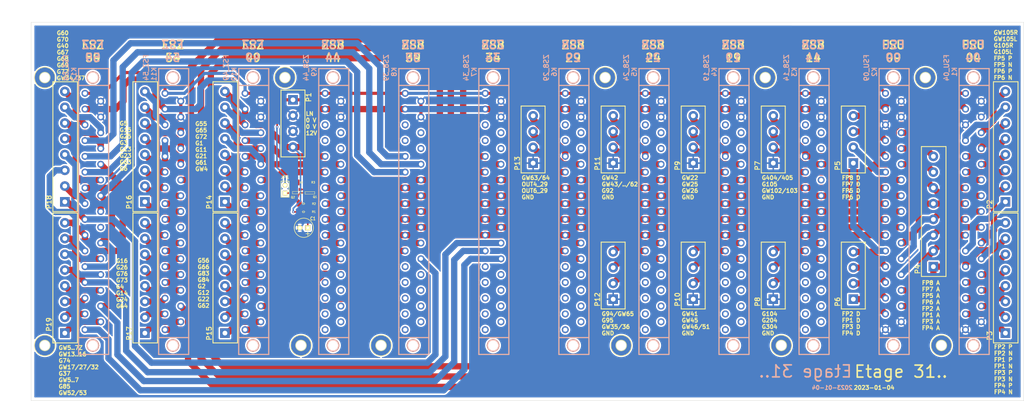
<source format=kicad_pcb>
(kicad_pcb (version 20211014) (generator pcbnew)
  (title_block (title "Bahnhof B Etage 31\\nBackplane") (date "2023-01-04") (rev "0435 -") (company "MV"))
  (layers (0 "F.Cu" signal) (31 "B.Cu" signal) (34 "B.Paste" user) (35 "F.Paste" user) (36 "B.SilkS" user "B.Silkscreen") (37 "F.SilkS" user "F.Silkscreen") (38 "B.Mask" user) (39 "F.Mask" user) (44 "Edge.Cuts" user))
  (net 0 "")
  (net 1 "/LN")
  (net 2 "/FP6_A")
  (net 3 "/GW105R")
  (net 4 "/FP5_N")
  (net 5 "GND")
  (net 6 "+12V")
  (net 8 "/G55")
  (net 9 "/FP2_N")
  (net 10 "/FP6_N")
  (net 11 "/FP1_A")
  (net 12 "/FP4_A")
  (net 13 "/FP3_N")
  (net 14 "/FP1_N")
  (net 15 "/FP4_N")
  (net 17 "/FP3_P")
  (net 18 "/FP4_P")
  (net 19 "/FP6_P")
  (net 20 "/FP3_A")
  (net 21 "/FP2_P")
  (net 22 "/FP1_P")
  (net 23 "/G65")
  (net 24 "/G72")
  (net 27 "/FP5_P")
  (net 28 "/FP5_A")
  (net 29 "/FP2_A")
  (net 30 "/FP6")
  (net 31 "/FP7")
  (net 32 "/FP7_D")
  (net 33 "/FP5_D")
  (net 34 "/FP8_D")
  (net 35 "/FP2_D")
  (net 36 "/FP6_D")
  (net 37 "/FP1")
  (net 38 "/FP4")
  (net 39 "/FP3_D")
  (net 40 "/FP1_D")
  (net 41 "/FP4_D")
  (net 42 "/FP3")
  (net 43 "/FP7_A")
  (net 44 "/FP8_A")
  (net 46 "/FP8")
  (net 47 "/FP5")
  (net 48 "/FP2")
  (net 135 "/GW105L")
  (net 136 "/G1")
  (net 137 "/G11")
  (net 138 "/G21")
  (net 139 "/G61")
  (net 140 "/GW4")
  (net 141 "/G56")
  (net 142 "/G66")
  (net 144 "/G73")
  (net 145 "/G74")
  (net 146 "/G2")
  (net 147 "/G12")
  (net 148 "/G22")
  (net 149 "/G62")
  (net 150 "/GW5_7")
  (net 151 "/GW52_53")
  (net 154 "/OUT4_29")
  (net 155 "/OUT6_29")
  (net 156 "/G76Z")
  (net 157 "/G73Z")
  (net 158 "/G4Z")
  (net 159 "/G5Z")
  (net 160 "/G3Z")
  (net 161 "/G6Z")
  (net 162 "/G83Z")
  (net 163 "/G84Z")
  (net 164 "/GW4Z")
  (net 165 "/G60_70Z")
  (net 166 "/G40Z")
  (net 167 "/GW5_7Z")
  (net 168 "/G74Z")
  (net 169 "/G1Z")
  (net 170 "/GW13_16Z")
  (net 171 "/G55_65Z")
  (net 172 "/G72Z")
  (net 173 "/G85Z")
  (net 174 "/G56_66Z")
  (net 175 "/G77Z")
  (net 176 "/G2Z")
  (net 177 "/G105R")
  (net 178 "/G105L")
  (net 179 "/GW105Z")
  (net 180 "/G5")
  (net 181 "/G15")
  (net 182 "/G25")
  (net 183 "/G3")
  (net 184 "/G13")
  (net 185 "/G23")
  (net 186 "/G63")
  (net 187 "/G6")
  (net 188 "/G16")
  (net 189 "/G26")
  (net 190 "/G76")
  (net 191 "/G77")
  (net 192 "/G4")
  (net 193 "/G14")
  (net 194 "/G24")
  (net 195 "/G64")
  (net 196 "/G60")
  (net 197 "/G70")
  (net 198 "/G40")
  (net 199 "/G67")
  (net 200 "/G68")
  (net 201 "/G37")
  (net 202 "/G69")
  (net 203 "/G83")
  (net 204 "/G84")
  (net 205 "/G85")
  (net 206 "/G105Z")
  (net 207 "/FP8_nc")
  (net 208 "Net-(C1-Pad1)")
  (net 209 "Net-(JP1-Pad1)")
  (net 210 "Net-(Q1-Pad2)")
  (net 211 "Net-(Q1-Pad1)")
  (net 212 "/GW13_16")
  (net 213 "/GW102_103Z")
  (net 214 "/G104Z")
  (net 215 "/G204Z")
  (net 216 "/G304Z")
  (net 217 "/GW22Z")
  (net 218 "/GW25Z")
  (net 219 "/GW26Z")
  (net 220 "/GW41Z")
  (net 221 "/GW45Z")
  (net 222 "/GW46_51Z")
  (net 223 "/GW42Z")
  (net 224 "/GW43Z")
  (net 225 "/G92Z")
  (net 226 "/G94Z")
  (net 227 "/G95Z")
  (net 228 "/GW35_36Z")
  (net 229 "/GW63_64Z")
  (footprint "base:HOLE_32" (layer "F.Cu") (at 320.04 194.9)
    (fp_text reference "HOLE" hide)
    (fp_text value "Val**" hide)
  )
  (footprint "base:AKL320_08" (layer "F.Cu") (at 368.3 152.4 90)
    (fp_text reference "P4")
    (fp_text value "FPA_18" hide)
  )
  (footprint "base:AKL320_08" (layer "F.Cu") (at 391.16 131.826 90)
    (fp_text reference "P2")
    (fp_text value "FP65/105" hide)
  )
  (footprint "base:R1206" (layer "F.Cu") (at 168.4528 152.5016)
    (fp_text reference "R1")
    (fp_text value "33" hide)
  )
  (footprint "base:HOLE_32" (layer "F.Cu") (at 86.36 109.9)
    (fp_text reference "HOLE" hide)
    (fp_text value "Val**" hide)
  )
  (footprint "base:AKL320_04" (layer "F.Cu") (at 292.1 129.54 90)
    (fp_text reference "P9")
    (fp_text value "OUT645_19" hide)
  )
  (footprint "base:HOLE_32" (layer "F.Cu") (at 193.04 194.9)
    (fp_text reference "HOLE" hide)
    (fp_text value "Val**" hide)
  )
  (footprint "base:HOLE_32" (layer "F.Cu") (at 264.16 109.9)
    (fp_text reference "HOLE" hide)
    (fp_text value "Val**" hide)
  )
  (footprint "base:HOLE_32" (layer "F.Cu") (at 162.56 109.9)
    (fp_text reference "HOLE" hide)
    (fp_text value "Val**" hide)
  )
  (footprint "base:AKL320_04" (layer "F.Cu") (at 266.7 129.54 90)
    (fp_text reference "P11")
    (fp_text value "OUT645_24" hide)
  )
  (footprint "base:SOT23EBC" (layer "F.Cu") (at 170.4594 146.4818)
    (fp_text reference "Q1")
    (fp_text value "BC848C" hide)
  )
  (footprint "base:AKL320_08" (layer "F.Cu") (at 391.16 173.482 90)
    (fp_text reference "P3")
    (fp_text value "FP4312" hide)
  )
  (footprint "base:pin_array_1x2" (layer "F.Cu") (at 162.5854 145.3134)
    (fp_text reference "JP1")
    (fp_text value "LN" hide)
  )
  (footprint "base:HOLE_32" (layer "F.Cu") (at 269.24 194.9)
    (fp_text reference "HOLE" hide)
    (fp_text value "Val**" hide)
  )
  (footprint "base:C1V6" (layer "F.Cu") (at 168.529 157.5562 180)
    (fp_text reference "C1")
    (fp_text value "33uF" hide)
  )
  (footprint "base:AKL320_08" (layer "F.Cu") (at 118.11 173.482 90)
    (fp_text reference "P17")
    (fp_text value "FSZ_54_2" hide)
  )
  (footprint "base:HOLE_32" (layer "F.Cu") (at 365.76 109.9)
    (fp_text reference "HOLE" hide)
    (fp_text value "Val**" hide)
  )
  (footprint "base:SOT23EBC" (layer "F.Cu") (at 166.4716 146.431)
    (fp_text reference "Q2")
    (fp_text value "BC848C" hide)
  )
  (footprint "base:AKL320_04" (layer "F.Cu") (at 317.5 172.72 90)
    (fp_text reference "P8")
    (fp_text value "OUT213_14" hide)
  )
  (footprint "base:R1206" (layer "F.Cu") (at 168.4528 149.9108 180)
    (fp_text reference "R2")
    (fp_text value "10k" hide)
  )
  (footprint "base:AKL320_08" (layer "F.Cu") (at 92.71 173.482 90)
    (fp_text reference "P19")
    (fp_text value "FSZ_59_2" hide)
  )
  (footprint "base:HOLE_32" (layer "F.Cu") (at 370.84 194.9)
    (fp_text reference "HOLE" hide)
    (fp_text value "Val**" hide)
  )
  (footprint "base:AKL320_08" (layer "F.Cu") (at 92.71 131.826 90)
    (fp_text reference "P18")
    (fp_text value "FSZ_59_1" hide)
  )
  (footprint "base:AKL320_08" (layer "F.Cu") (at 118.11 131.826 90)
    (fp_text reference "P16")
    (fp_text value "FSZ_54_1" hide)
  )
  (footprint "base:R1206" (layer "F.Cu") (at 167.7416 143.1798 180)
    (fp_text reference "R3")
    (fp_text value "47" hide)
  )
  (footprint "base:AKL320_04" (layer "F.Cu") (at 266.7 172.72 90)
    (fp_text reference "P12")
    (fp_text value "OUT213_24" hide)
  )
  (footprint "base:AKL320_04" (layer "F.Cu") (at 292.1 172.72 90)
    (fp_text reference "P10")
    (fp_text value "OUT213_19" hide)
  )
  (footprint "base:AKL320_04" (layer "F.Cu") (at 317.5 129.54 90)
    (fp_text reference "P7")
    (fp_text value "OUT645_14" hide)
  )
  (footprint "base:HOLE_32" (layer "F.Cu") (at 167.64 194.9)
    (fp_text reference "HOLE" hide)
    (fp_text value "Val**" hide)
  )
  (footprint "base:AKL320_04" (layer "F.Cu") (at 165.1 124.46 -90)
    (fp_text reference "P1")
    (fp_text value "PWR" hide)
  )
  (footprint "base:AKL320_08" (layer "F.Cu") (at 143.51 173.482 90)
    (fp_text reference "P15")
    (fp_text value "FSZ_49_2" hide)
  )
  (footprint "base:HOLE_32" (layer "F.Cu") (at 314.96 109.9)
    (fp_text reference "HOLE" hide)
    (fp_text value "Val**" hide)
  )
  (footprint "base:AKL320_04" (layer "F.Cu") (at 342.9 129.54 90)
    (fp_text reference "P5")
    (fp_text value "FPD_6578" hide)
  )
  (footprint "base:AKL320_04" (layer "F.Cu") (at 241.3 129.54 90)
    (fp_text reference "P13")
    (fp_text value "OUT645_29" hide)
  )
  (footprint "base:AKL320_08" (layer "F.Cu") (at 143.51 131.826 90)
    (fp_text reference "P14")
    (fp_text value "FSZ_49_1" hide)
  )
  (footprint "base:HOLE_32" (layer "F.Cu") (at 86.36 194.9)
    (fp_text reference "HOLE" hide)
    (fp_text value "Val**" hide)
  )
  (footprint "base:AKL320_04" (layer "F.Cu") (at 342.9 172.72 90)
    (fp_text reference "P6")
    (fp_text value "FPD_4312" hide)
  )
  (footprint "base:DIN41617-31_Bu" (layer "B.Cu") (at 177.8 152.4 -90)
    (fp_text reference "K9")
    (fp_text value "ZS8_44")
  )
  (footprint "base:DIN41617-31_Bu" (layer "B.Cu") (at 304.8 152.4 -90)
    (fp_text reference "K4")
    (fp_text value "ZS8_19")
  )
  (footprint "base:DIN41617-31_Bu" (layer "B.Cu") (at 203.2 152.4 -90)
    (fp_text reference "K8")
    (fp_text value "ZS8_39")
  )
  (footprint "base:DIN41617-31_Bu" (layer "B.Cu") (at 254 152.4 -90)
    (fp_text reference "K6")
    (fp_text value "ZS8_29")
  )
  (footprint "base:DIN41617-31_Bu" (layer "B.Cu") (at 228.6 152.4 -90)
    (fp_text reference "K7")
    (fp_text value "ZS8_34")
  )
  (footprint "base:DIN41617-31_Bu" (layer "B.Cu") (at 381 152.4 -90)
    (fp_text reference "K1")
    (fp_text value "FSU_04")
  )
  (footprint "base:DIN41617-31_Bu" (layer "B.Cu") (at 355.6 152.4 -90)
    (fp_text reference "K2")
    (fp_text value "FSU_09")
  )
  (footprint "base:DIN41617-31_Bu" (layer "B.Cu") (at 127 152.4 -90)
    (fp_text reference "K11")
    (fp_text value "FSZ_54")
  )
  (footprint "base:DIN41617-31_Bu" (layer "B.Cu") (at 152.4 152.4 -90)
    (fp_text reference "K10")
    (fp_text value "FSZ_49")
  )
  (footprint "base:DIN41617-31_Bu" (layer "B.Cu") (at 101.6 152.4 -90)
    (fp_text reference "K12")
    (fp_text value "FSZ_59")
  )
  (footprint "base:DIN41617-31_Bu" (layer "B.Cu") (at 330.2 152.4 -90)
    (fp_text reference "K3")
    (fp_text value "ZS8_14")
  )
  (footprint "base:DIN41617-31_Bu" (layer "B.Cu") (at 279.4 152.4 -90)
    (fp_text reference "K5")
    (fp_text value "ZS8_24")
  )
  (gr_line (start 82 92.4) (end 397 92.4) (layer "Edge.Cuts") (width 0.1))
  (gr_line (start 82 92.4) (end 82 212.4) (layer "Edge.Cuts") (width 0.1))
  (gr_line (start 82 212.4) (end 397 212.4) (layer "Edge.Cuts") (width 0.1))
  (gr_line (start 397 92.4) (end 397 212.4) (layer "Edge.Cuts") (width 0.1))
  (gr_text "ZS8\n29" (at 253.962522 101.546899) (layer "B.SilkS") (effects (font (size 2.54 2.54) (thickness 0.508)) (justify mirror)))
  (gr_text "FSZ\n59" (at 101.57603 101.546899) (layer "B.SilkS") (effects (font (size 2.54 2.54) (thickness 0.508)) (justify mirror)))
  (gr_text "FSZ\n49" (at 152.371528 101.546899) (layer "B.SilkS") (effects (font (size 2.54 2.54) (thickness 0.508)) (justify mirror)))
  (gr_text "ZS8\n34" (at 228.461949 101.546899) (layer "B.SilkS") (effects (font (size 2.54 2.54) (thickness 0.508)) (justify mirror)))
  (gr_text "FSZ\n54" (at 126.870954 101.546899) (layer "B.SilkS") (effects (font (size 2.54 2.54) (thickness 0.508)) (justify mirror)))
  (gr_text "ZS8\n14" (at 330.052944 101.546899) (layer "B.SilkS") (effects (font (size 2.54 2.54) (thickness 0.508)) (justify mirror)))
  (gr_text "ZS8\n39" (at 203.167025 101.546899) (layer "B.SilkS") (effects (font (size 2.54 2.54) (thickness 0.508)) (justify mirror)))
  (gr_text "Etage 31.." (at 342.80323 203.137893) (layer "B.SilkS") (effects (font (size 3.81 3.81) (thickness 0.508)) (justify left mirror)))
  (gr_text "2023-01-04" (at 342.80323 208.279138) (layer "B.SilkS") (effects (font (size 1.27 1.27) (thickness 0.3048)) (justify left mirror)))
  (gr_text "ZS8\n19" (at 304.75802 101.546899) (layer "B.SilkS") (effects (font (size 2.54 2.54) (thickness 0.508)) (justify mirror)))
  (gr_text "FSU\n04" (at 380.848441 101.546899) (layer "B.SilkS") (effects (font (size 2.54 2.54) (thickness 0.508)) (justify mirror)))
  (gr_text "ZS8\n44" (at 177.666452 101.546899) (layer "B.SilkS") (effects (font (size 2.54 2.54) (thickness 0.508)) (justify mirror)))
  (gr_text "FSU\n09" (at 355.553517 101.546899) (layer "B.SilkS") (effects (font (size 2.54 2.54) (thickness 0.508)) (justify mirror)))
  (gr_text "ZS8\n24" (at 279.257446 101.546899) (layer "B.SilkS") (effects (font (size 2.54 2.54) (thickness 0.508)) (justify mirror)))
  (gr_text "ZS8\n24" (at 279.4 101.6) (layer "F.SilkS") (effects (font (size 2.54 2.54) (thickness 0.508))))
  (gr_text "G55\nG65\nG72\nG1\nG11\nG21\nG61\nGW4" (at 133.9342 131.7498) (layer "F.SilkS") (effects (font (size 1.27 1.27) (thickness 0.3048)) (justify left)))
  (gr_text "G16\nG26\nG76\nG73\nG4\nG14\nG24\nG64" (at 108.7882 175.2346) (layer "F.SilkS") (effects (font (size 1.27 1.27) (thickness 0.3048)) (justify left)))
  (gr_text "FSU\n04" (at 381 101.6) (layer "F.SilkS") (effects (font (size 2.54 2.54) (thickness 0.508))))
  (gr_text "FP8 A\nFP7 A\nFP5 A\nFP6 A\nFP2 A\nFP1 A\nFP3 A\nFP4 A" (at 364.49 182.1942) (layer "F.SilkS") (effects (font (size 1.27 1.27) (thickness 0.3048)) (justify left)))
  (gr_text "G5\nG15\nG25\nG3\nG13\nG23\nG63\nG6" (at 109.9312 131.6228) (layer "F.SilkS") (effects (font (size 1.27 1.27) (thickness 0.3048)) (justify left)))
  (gr_text "ZS8\n29" (at 254 101.6) (layer "F.SilkS") (effects (font (size 2.54 2.54) (thickness 0.508))))
  (gr_text "ZS8\n14" (at 330.2 101.6) (layer "F.SilkS") (effects (font (size 2.54 2.54) (thickness 0.508))))
  (gr_text "ZS8\n19" (at 304.8 101.6) (layer "F.SilkS") (effects (font (size 2.54 2.54) (thickness 0.508))))
  (gr_text "FSZ\n59" (at 101.6 101.6) (layer "F.SilkS") (effects (font (size 2.54 2.54) (thickness 0.508))))
  (gr_text "GW105R\nGW105L\nG105R\nG105L\nFP5 P\nFP5 N\nFP6 P\nFP6 N" (at 387.2738 102.7684) (layer "F.SilkS") (effects (font (size 1.27 1.27) (thickness 0.3048)) (justify left)))
  (gr_text "FSZ\n49" (at 152.4 101.6) (layer "F.SilkS") (effects (font (size 2.54 2.54) (thickness 0.508))))
  (gr_text "FP2 P\nFP2 N\nFP1 P\nFP1 N\nFP3 P\nFP3 N\nFP4 P\nFP4 N" (at 387.3754 202.5142) (layer "F.SilkS") (effects (font (size 1.27 1.27) (thickness 0.3048)) (justify left)))
  (gr_text "GW5..7Z\nGW13..16\nG74\nGW17/27/32\nG37\nGW5..7\nG85\nGW52/53" (at 90.5764 202.7936) (layer "F.SilkS") (effects (font (size 1.27 1.27) (thickness 0.3048)) (justify left)))
  (gr_text "GW41\nGW45\nGW46/51\nGND" (at 288.29 187.96) (layer "F.SilkS") (effects (font (size 1.27 1.27) (thickness 0.3048)) (justify left)))
  (gr_text "FP8 D\nFP7 D\nFP5 D\nFP6 D" (at 339.09 144.78) (layer "F.SilkS") (effects (font (size 1.27 1.27) (thickness 0.3048)) (justify left)))
  (gr_text "G60\nG70\nG40\nG67\nG68\nG69\nG77\nGW34/37" (at 89.9922 102.9208) (layer "F.SilkS") (effects (font (size 1.27 1.27) (thickness 0.3048)) (justify left)))
  (gr_text "FP2 D\nFP1 D\nFP3 D\nFP4 D" (at 339.09 187.96) (layer "F.SilkS") (effects (font (size 1.27 1.27) (thickness 0.3048)) (justify left)))
  (gr_text "2023-01-04" (at 342.9 208.28) (layer "F.SilkS") (effects (font (size 1.27 1.27) (thickness 0.3048)) (justify left)))
  (gr_text "GW63/64\nOUT4_29\nOUT6_29\nGND" (at 237.49 144.78) (layer "F.SilkS") (effects (font (size 1.27 1.27) (thickness 0.3048)) (justify left)))
  (gr_text "G104\nG204\nG304\nGND" (at 313.69 187.96) (layer "F.SilkS") (effects (font (size 1.27 1.27) (thickness 0.3048)) (justify left)))
  (gr_text "ZS8\n39" (at 203.2 101.6) (layer "F.SilkS") (effects (font (size 2.54 2.54) (thickness 0.508))))
  (gr_text "ZS8\n44" (at 177.8 101.6) (layer "F.SilkS") (effects (font (size 2.54 2.54) (thickness 0.508))))
  (gr_text "G404/405\nG105\nGW102/103\nGND" (at 313.69 144.78) (layer "F.SilkS") (effects (font (size 1.27 1.27) (thickness 0.3048)) (justify left)))
  (gr_text "FSZ\n54" (at 127 101.6) (layer "F.SilkS") (effects (font (size 2.54 2.54) (thickness 0.508))))
  (gr_text "Etage 31.." (at 342.9 203.2) (layer "F.SilkS") (effects (font (size 3.81 3.81) (thickness 0.508)) (justify left)))
  (gr_text "FSU\n09" (at 355.6 101.6) (layer "F.SilkS") (effects (font (size 2.54 2.54) (thickness 0.508))))
  (gr_text "G94/GW65\nG95\nGW35/36\nGND" (at 262.89 187.96) (layer "F.SilkS") (effects (font (size 1.27 1.27) (thickness 0.3048)) (justify left)))
  (gr_text "GW22\nGW25\nGW26\nGND" (at 288.29 144.78) (layer "F.SilkS") (effects (font (size 1.27 1.27) (thickness 0.3048)) (justify left)))
  (gr_text "GW42\nGW43/../62\nG92\nGND" (at 262.89 144.78) (layer "F.SilkS") (effects (font (size 1.27 1.27) (thickness 0.3048)) (justify left)))
  (gr_text "LN\n0 V\n0 V\n12V" (at 169.0116 124.45999) (layer "F.SilkS") (effects (font (size 1.27 1.27) (thickness 0.3048)) (justify left)))
  (gr_text "ZS8\n34" (at 228.6 101.6) (layer "F.SilkS") (effects (font (size 2.54 2.54) (thickness 0.508))))
  (gr_text "G56\nG66\nG83\nG84\nG2\nG12\nG22\nG62" (at 134.6708 175.1076) (layer "F.SilkS") (effects (font (size 1.27 1.27) (thickness 0.3048)) (justify left)))
  (segment (start 104.8354 114.9) (end 99.1 114.9) (width 1) (layer "F.Cu") (net 1))
  (segment (start 124.5 114.9) (end 124.5 112.2572) (width 1) (layer "F.Cu") (net 1))
  (segment (start 168.53536 116.96064) (end 170.596 114.9) (width 1) (layer "F.Cu") (net 1))
  (segment (start 120.5484 108.3056) (end 111.4298 108.3056) (width 1) (layer "F.Cu") (net 1))
  (segment (start 334.247431 111.8362) (end 331.183631 114.9) (width 1) (layer "F.Cu") (net 1))
  (segment (start 160.0708 125.5522) (end 160.0708 117.30988) (width 0.5) (layer "F.Cu") (net 1))
  (segment (start 377.1042 114.9) (end 374.4214 112.2172) (width 1) (layer "F.Cu") (net 1))
  (segment (start 374.4214 107.0102) (end 371.7036 104.2924) (width 1) (layer "F.Cu") (net 1))
  (segment (start 159.60724 116.96064) (end 160.42004 116.96064) (width 1) (layer "F.Cu") (net 1))
  (segment (start 170.596 114.9) (end 175.3 114.9) (width 1) (layer "F.Cu") (net 1))
  (segment (start 276.9 114.9) (end 251.5 114.9) (width 1) (layer "F.Cu") (net 1))
  (segment (start 157.5466 114.9) (end 159.60724 116.96064) (width 1) (layer "F.Cu") (net 1))
  (segment (start 124.5 112.2572) (end 120.5484 108.3056) (width 1) (layer "F.Cu") (net 1))
  (segment (start 149.9 114.9) (end 157.5466 114.9) (width 1) (layer "F.Cu") (net 1))
  (segment (start 200.7 114.9) (end 175.3 114.9) (width 1) (layer "F.Cu") (net 1))
  (segment (start 349.9358 106.7054) (end 349.9358 111.8362) (width 1) (layer "F.Cu") (net 1))
  (segment (start 327.7 114.9) (end 302.3 114.9) (width 1) (layer "F.Cu") (net 1))
  (segment (start 160.0708 117.30988) (end 160.42004 116.96064) (width 0.5) (layer "F.Cu") (net 1))
  (segment (start 111.4298 108.3056) (end 104.8354 114.9) (width 1) (layer "F.Cu") (net 1))
  (segment (start 346.6084 111.8362) (end 334.247431 111.8362) (width 1) (layer "F.Cu") (net 1))
  (segment (start 350.0362 111.8362) (end 353.1 114.9) (width 1) (layer "F.Cu") (net 1))
  (segment (start 346.6084 111.8362) (end 350.0362 111.8362) (width 1) (layer "F.Cu") (net 1))
  (segment (start 374.4214 112.2172) (end 374.4214 107.0102) (width 1) (layer "F.Cu") (net 1))
  (segment (start 349.9358 111.8362) (end 346.6084 111.8362) (width 1) (layer "F.Cu") (net 1))
  (segment (start 160.42004 116.96064) (end 165.1 116.96064) (width 1) (layer "F.Cu") (net 1))
  (segment (start 371.7036 104.2924) (end 352.3488 104.2924) (width 1) (layer "F.Cu") (net 1))
  (segment (start 251.5 114.9) (end 226.1 114.9) (width 1) (layer "F.Cu") (net 1))
  (segment (start 302.3 114.9) (end 276.9 114.9) (width 1) (layer "F.Cu") (net 1))
  (segment (start 378.5 114.9) (end 377.1042 114.9) (width 1) (layer "F.Cu") (net 1))
  (segment (start 352.3488 104.2924) (end 349.9358 106.7054) (width 1) (layer "F.Cu") (net 1))
  (segment (start 165.1 116.96064) (end 168.53536 116.96064) (width 1) (layer "F.Cu") (net 1))
  (segment (start 331.183631 114.9) (end 327.7 114.9) (width 1) (layer "F.Cu") (net 1))
  (via (at 160.0708 125.5522) (size 0.8) (drill 0.4) (layers "F.Cu" "B.Cu") (net 1))
  (segment (start 149.9 112.2318) (end 146.2278 108.5596) (width 1) (layer "B.Cu") (net 1))
  (segment (start 137.0076 108.5596) (end 130.6672 114.9) (width 1) (layer "B.Cu") (net 1))
  (segment (start 200.7 114.9) (end 226.1 114.9) (width 1) (layer "B.Cu") (net 1))
  (segment (start 160.02 138.43) (end 160.02 125.603) (width 0.5) (layer "B.Cu") (net 1))
  (segment (start 162.5854 144.0434) (end 162.5854 140.9954) (width 0.5) (layer "B.Cu") (net 1))
  (segment (start 149.9 114.9) (end 149.9 112.2318) (width 1) (layer "B.Cu") (net 1))
  (segment (start 146.2278 108.5596) (end 137.0076 108.5596) (width 1) (layer "B.Cu") (net 1))
  (segment (start 130.6672 114.9) (end 124.5 114.9) (width 1) (layer "B.Cu") (net 1))
  (segment (start 162.5854 140.9954) (end 160.02 138.43) (width 0.5) (layer "B.Cu") (net 1))
  (segment (start 160.02 125.603) (end 160.0708 125.5522) (width 0.5) (layer "B.Cu") (net 1))
  (segment (start 366.3302 149.8994) (end 363.7026 152.527) (width 2) (layer "F.Cu") (net 2))
  (segment (start 368.3 149.8994) (end 366.3302 149.8994) (width 2) (layer "F.Cu") (net 2))
  (segment (start 368.3006 149.9) (end 368.3 149.8994) (width 2) (layer "F.Cu") (net 2))
  (segment (start 363.7026 152.527) (end 363.7026 157.4038) (width 2) (layer "F.Cu") (net 2))
  (segment (start 378.5 149.9) (end 368.3006 149.9) (width 2) (layer "F.Cu") (net 2))
  (segment (start 363.7026 157.4038) (end 358.7064 162.4) (width 2) (layer "F.Cu") (net 2))
  (segment (start 358.7064 162.4) (end 358.1 162.4) (width 2) (layer "F.Cu") (net 2))
  (segment (start 387.3754 118.1113) (end 391.16 114.3267) (width 2) (layer "F.Cu") (net 3))
  (segment (start 387.3754 123.5246) (end 387.3754 118.1113) (width 2) (layer "F.Cu") (net 3))
  (segment (start 383.5 127.4) (end 387.3754 123.5246) (width 2) (layer "F.Cu") (net 3))
  (segment (start 378.5 139.9) (end 390.58538 139.9) (width 2) (layer "F.Cu") (net 4))
  (segment (start 390.58538 139.9) (end 391.16 139.32538) (width 2) (layer "F.Cu") (net 4))
  (segment (start 205.7 117.4) (end 205.7 122.4) (width 1) (layer "F.Cu") (net 5))
  (segment (start 129.5 117.4) (end 129.5 122.4) (width 1) (layer "F.Cu") (net 5))
  (segment (start 248.6018 119.9) (end 251.5 119.9) (width 2) (layer "F.Cu") (net 6))
  (segment (start 173.4192 119.9) (end 175.3 119.9) (width 2) (layer "F.Cu") (net 6))
  (segment (start 226.1 119.9) (end 233.8204 119.9) (width 2) (layer "F.Cu") (net 6))
  (segment (start 357.0986 114.681) (end 360.4768 114.681) (width 2) (layer "F.Cu") (net 6))
  (segment (start 108.7762 119.9) (end 99.1 119.9) (width 2) (layer "F.Cu") (net 6))
  (segment (start 327.7 119.9) (end 335.395 119.9) (width 2) (layer "F.Cu") (net 6))
  (segment (start 149.9 121.455634) (end 153.386966 124.9426) (width 2) (layer "F.Cu") (net 6))
  (segment (start 121.4628 116.8628) (end 121.4628 112.5982) (width 2) (layer "F.Cu") (net 6))
  (segment (start 363.0422 117.2464) (end 375.8464 117.2464) (width 2) (layer "F.Cu") (net 6))
  (segment (start 113.284 110.5154) (end 111.3028 112.4966) (width 2) (layer "F.Cu") (net 6))
  (segment (start 170.942 122.3772) (end 173.4192 119.9) (width 2) (layer "F.Cu") (net 6))
  (segment (start 163.07434 131.95934) (end 165.1 131.95934) (width 2) (layer "F.Cu") (net 6))
  (segment (start 167.40506 131.95934) (end 170.942 128.4224) (width 2) (layer "F.Cu") (net 6))
  (segment (start 149.9 119.9) (end 149.9 121.455634) (width 2) (layer "F.Cu") (net 6))
  (segment (start 167.0304 152.527) (end 167.0558 152.5016) (width 0.5) (layer "F.Cu") (net 6))
  (segment (start 312.674 117.5004) (end 322.2244 117.5004) (width 2) (layer "F.Cu") (net 6))
  (segment (start 360.4768 114.681) (end 363.0422 117.2464) (width 2) (layer "F.Cu") (net 6))
  (segment (start 273.4938 119.9) (end 276.9 119.9) (width 2) (layer "F.Cu") (net 6))
  (segment (start 170.942 128.4224) (end 170.942 122.3772) (width 2) (layer "F.Cu") (net 6))
  (segment (start 335.395 119.9) (end 339.2678 116.0272) (width 2) (layer "F.Cu") (net 6))
  (segment (start 353.1 118.6796) (end 357.0986 114.681) (width 2) (layer "F.Cu") (net 6))
  (segment (start 284.3918 119.9) (end 286.7914 117.5004) (width 2) (layer "F.Cu") (net 6))
  (segment (start 111.3028 117.3734) (end 108.7762 119.9) (width 2) (layer "F.Cu") (net 6))
  (segment (start 298.8938 119.9) (end 302.3 119.9) (width 2) (layer "F.Cu") (net 6))
  (segment (start 322.2244 117.5004) (end 324.624 119.9) (width 2) (layer "F.Cu") (net 6))
  (segment (start 302.3 119.9) (end 310.2744 119.9) (width 2) (layer "F.Cu") (net 6))
  (segment (start 165.2016 152.527) (end 167.0304 152.527) (width 0.5) (layer "F.Cu") (net 6))
  (segment (start 233.8204 119.9) (end 236.3216 117.3988) (width 2) (layer "F.Cu") (net 6))
  (segment (start 165.1 131.95934) (end 167.40506 131.95934) (width 2) (layer "F.Cu") (net 6))
  (segment (start 124.5 119.9) (end 121.4628 116.8628) (width 2) (layer "F.Cu") (net 6))
  (segment (start 156.0576 124.9426) (end 163.07434 131.95934) (width 2) (layer "F.Cu") (net 6))
  (segment (start 251.5 119.9) (end 259.1696 119.9) (width 2) (layer "F.Cu") (net 6))
  (segment (start 119.38 110.5154) (end 113.284 110.5154) (width 2) (layer "F.Cu") (net 6))
  (segment (start 175.3 119.9) (end 200.7 119.9) (width 2) (layer "F.Cu") (net 6))
  (segment (start 353.1 119.9) (end 353.1 118.6796) (width 2) (layer "F.Cu") (net 6))
  (segment (start 375.8464 117.2464) (end 378.5 119.9) (width 2) (layer "F.Cu") (net 6))
  (segment (start 111.3028 112.4966) (end 111.3028 117.3734) (width 2) (layer "F.Cu") (net 6))
  (segment (start 324.624 119.9) (end 327.7 119.9) (width 2) (layer "F.Cu") (net 6))
  (segment (start 276.9 119.9) (end 284.3918 119.9) (width 2) (layer "F.Cu") (net 6))
  (segment (start 296.4942 117.5004) (end 298.8938 119.9) (width 2) (layer "F.Cu") (net 6))
  (segment (start 349.2272 116.0272) (end 353.1 119.9) (width 2) (layer "F.Cu") (net 6))
  (segment (start 246.1006 117.3988) (end 248.6018 119.9) (width 2) (layer "F.Cu") (net 6))
  (segment (start 339.2678 116.0272) (end 349.2272 116.0272) (width 2) (layer "F.Cu") (net 6))
  (segment (start 259.1696 119.9) (end 261.6962 117.3734) (width 2) (layer "F.Cu") (net 6))
  (segment (start 236.3216 117.3988) (end 246.1006 117.3988) (width 2) (layer "F.Cu") (net 6))
  (segment (start 153.386966 124.9426) (end 156.0576 124.9426) (width 2) (layer "F.Cu") (net 6))
  (segment (start 261.6962 117.3734) (end 270.9672 117.3734) (width 2) (layer "F.Cu") (net 6))
  (segment (start 270.9672 117.3734) (end 273.4938 119.9) (width 2) (layer "F.Cu") (net 6))
  (segment (start 121.4628 112.5982) (end 119.38 110.5154) (width 2) (layer "F.Cu") (net 6))
  (segment (start 286.7914 117.5004) (end 296.4942 117.5004) (width 2) (layer "F.Cu") (net 6))
  (segment (start 310.2744 119.9) (end 312.674 117.5004) (width 2) (layer "F.Cu") (net 6))
  (via (at 165.2016 152.527) (size 0.8) (drill 0.4) (layers "F.Cu" "B.Cu") (net 6))
  (segment (start 149.9 119.9) (end 146.8882 116.8882) (width 2) (layer "B.Cu") (net 6))
  (segment (start 146.8882 112.141) (end 145.5928 110.8456) (width 2) (layer "B.Cu") (net 6))
  (segment (start 200.7 119.9) (end 226.1 119.9) (width 2) (layer "B.Cu") (net 6))
  (segment (start 138.1252 110.8456) (end 135.7122 113.2586) (width 2) (layer "B.Cu") (net 6))
  (segment (start 145.5928 110.8456) (end 138.1252 110.8456) (width 2) (layer "B.Cu") (net 6))
  (segment (start 135.7122 113.2586) (end 135.7122 118.491) (width 2) (layer "B.Cu") (net 6))
  (segment (start 134.3032 119.9) (end 124.5 119.9) (width 2) (layer "B.Cu") (net 6))
  (segment (start 165.2016 152.527) (end 165.2016 151.4094) (width 0.5) (layer "B.Cu") (net 6))
  (segment (start 167.4876 134.34694) (end 165.1 131.95934) (width 0.5) (layer "B.Cu") (net 6))
  (segment (start 135.7122 118.491) (end 134.3032 119.9) (width 2) (layer "B.Cu") (net 6))
  (segment (start 146.8882 116.8882) (end 146.8882 112.141) (width 2) (layer "B.Cu") (net 6))
  (segment (start 165.2016 151.4094) (end 167.4876 149.1234) (width 0.5) (layer "B.Cu") (net 6))
  (segment (start 167.4876 149.1234) (end 167.4876 134.34694) (width 0.5) (layer "B.Cu") (net 6))
  (segment (start 146.9136 121.9136) (end 146.9136 117.73024) (width 2) (layer "F.Cu") (net 8))
  (segment (start 146.9136 117.73024) (end 143.51 114.32664) (width 2) (layer "F.Cu") (net 8))
  (segment (start 149.9 124.9) (end 146.9136 121.9136) (width 2) (layer "F.Cu") (net 8))
  (segment (start 387.44142 164.7) (end 382.8732 164.7) (width 2) (layer "F.Cu") (net 9))
  (segment (start 378.5 169.0732) (end 378.5 169.9) (width 2) (layer "F.Cu") (net 9))
  (segment (start 391.16 160.98142) (end 387.44142 164.7) (width 2) (layer "F.Cu") (net 9))
  (segment (start 382.8732 164.7) (end 378.5 169.0732) (width 2) (layer "F.Cu") (net 9))
  (segment (start 380.8 156.7148) (end 382.778 154.7368) (width 2) (layer "B.Cu") (net 10))
  (segment (start 380.8 162.6) (end 380.8 156.7148) (width 2) (layer "B.Cu") (net 10))
  (segment (start 378.5 164.9) (end 380.8 162.6) (width 2) (layer "B.Cu") (net 10))
  (segment (start 385.74856 154.7368) (end 391.16 149.32536) (width 2) (layer "B.Cu") (net 10))
  (segment (start 382.778 154.7368) (end 385.74856 154.7368) (width 2) (layer "B.Cu") (net 10))
  (segment (start 378.5 154.9) (end 373.29938 154.9) (width 2) (layer "F.Cu") (net 11))
  (segment (start 373.29938 154.9) (end 368.3 159.89938) (width 2) (layer "F.Cu") (net 11))
  (segment (start 365.0488 161.9758) (end 367.12522 159.89938) (width 2) (layer "B.Cu") (net 11))
  (segment (start 365.0488 165.4512) (end 365.0488 161.9758) (width 2) (layer "B.Cu") (net 11))
  (segment (start 358.1 172.4) (end 365.0488 165.4512) (width 2) (layer "B.Cu") (net 11))
  (segment (start 367.12522 159.89938) (end 368.3 159.89938) (width 2) (layer "B.Cu") (net 11))
  (segment (start 371.29844 169.89936) (end 374.7516 166.4462) (width 2) (layer "F.Cu") (net 12))
  (segment (start 364.56366 182.39994) (end 368.3 178.6636) (width 2) (layer "F.Cu") (net 12))
  (segment (start 368.3 169.89936) (end 371.29844 169.89936) (width 2) (layer "F.Cu") (net 12))
  (segment (start 374.7516 162.433) (end 377.2846 159.9) (width 2) (layer "F.Cu") (net 12))
  (segment (start 368.3 178.6636) (end 368.3 169.89936) (width 2) (layer "F.Cu") (net 12))
  (segment (start 374.7516 166.4462) (end 374.7516 162.433) (width 2) (layer "F.Cu") (net 12))
  (segment (start 377.2846 159.9) (end 378.5 159.9) (width 2) (layer "F.Cu") (net 12))
  (segment (start 358.1 182.39994) (end 364.56366 182.39994) (width 2) (layer "F.Cu") (net 12))
  (segment (start 390.07862 179.9) (end 391.16 180.98138) (width 2) (layer "F.Cu") (net 13))
  (segment (start 378.5 179.9) (end 390.07862 179.9) (width 2) (layer "F.Cu") (net 13))
  (segment (start 378.5 174.9) (end 387.2414 174.9) (width 2) (layer "F.Cu") (net 14))
  (segment (start 387.2414 174.9) (end 391.16 170.9814) (width 2) (layer "F.Cu") (net 14))
  (segment (start 378.5 184.9) (end 385.07864 184.9) (width 2) (layer "F.Cu") (net 15))
  (segment (start 385.07864 184.9) (end 391.16 190.98136) (width 2) (layer "F.Cu") (net 15))
  (segment (start 389.74144 177.40122) (end 391.16 175.98266) (width 2) (layer "F.Cu") (net 17))
  (segment (start 383.5 177.40122) (end 389.74144 177.40122) (width 2) (layer "F.Cu") (net 17))
  (segment (start 383.5 182.39994) (end 387.5773 182.39994) (width 2) (layer "F.Cu") (net 18))
  (segment (start 387.5773 182.39994) (end 391.16 185.98264) (width 2) (layer "F.Cu") (net 18))
  (segment (start 387.5532 147.93344) (end 391.16 144.32664) (width 2) (layer "F.Cu") (net 19))
  (segment (start 387.5532 158.3468) (end 387.5532 147.93344) (width 2) (layer "F.Cu") (net 19))
  (segment (start 383.5 162.4) (end 387.5532 158.3468) (width 2) (layer "F.Cu") (net 19))
  (segment (start 375.8222 157.4) (end 371.2464 161.9758) (width 2) (layer "F.Cu") (net 20))
  (segment (start 383.5 157.4) (end 375.8222 157.4) (width 2) (layer "F.Cu") (net 20))
  (segment (start 371.2464 161.9758) (end 371.22484 161.9758) (width 2) (layer "F.Cu") (net 20))
  (segment (start 371.22484 161.9758) (end 368.3 164.90064) (width 2) (layer "F.Cu") (net 20))
  (segment (start 368.3 164.90064) (end 364.5916 168.60904) (width 2) (layer "F.Cu") (net 20))
  (segment (start 362.04398 177.40122) (end 358.1 177.40122) (width 2) (layer "F.Cu") (net 20))
  (segment (start 364.5916 174.8536) (end 362.04398 177.40122) (width 2) (layer "F.Cu") (net 20))
  (segment (start 364.5916 168.60904) (end 364.5916 174.8536) (width 2) (layer "F.Cu") (net 20))
  (segment (start 383.5 167.4) (end 387.35 163.55) (width 2) (layer "B.Cu") (net 21))
  (segment (start 388.8473 155.9827) (end 391.16 155.9827) (width 2) (layer "B.Cu") (net 21))
  (segment (start 387.35 157.48) (end 388.8473 155.9827) (width 2) (layer "B.Cu") (net 21))
  (segment (start 387.35 163.55) (end 387.35 157.48) (width 2) (layer "B.Cu") (net 21))
  (segment (start 383.5 172.4) (end 384.74268 172.4) (width 2) (layer "F.Cu") (net 22))
  (segment (start 384.74268 172.4) (end 391.16 165.98268) (width 2) (layer "F.Cu") (net 22))
  (segment (start 146.927509 122.742869) (end 143.51 119.32536) (width 2) (layer "B.Cu") (net 23))
  (segment (start 154.9 127.4) (end 148.99058 127.4) (width 2) (layer "B.Cu") (net 23))
  (segment (start 146.927509 125.336929) (end 146.927509 122.742869) (width 2) (layer "B.Cu") (net 23))
  (segment (start 148.99058 127.4) (end 146.927509 125.336929) (width 2) (layer "B.Cu") (net 23))
  (segment (start 147.255809 130.665229) (end 147.255809 128.072429) (width 2) (layer "F.Cu") (net 24))
  (segment (start 154.9 132.4) (end 148.99058 132.4) (width 2) (layer "F.Cu") (net 24))
  (segment (start 148.99058 132.4) (end 147.255809 130.665229) (width 2) (layer "F.Cu") (net 24))
  (segment (start 147.255809 128.072429) (end 143.51 124.32662) (width 2) (layer "F.Cu") (net 24))
  (segment (start 388.08666 137.4) (end 391.16 134.32666) (width 2) (layer "F.Cu") (net 27))
  (segment (start 383.5 137.4) (end 388.08666 137.4) (width 2) (layer "F.Cu") (net 27))
  (segment (start 370.79932 147.4) (end 368.3 144.90068) (width 2) (layer "F.Cu") (net 28))
  (segment (start 360.79932 137.4) (end 368.3 144.90068) (width 2) (layer "F.Cu") (net 28))
  (segment (start 358.1 137.4) (end 360.79932 137.4) (width 2) (layer "F.Cu") (net 28))
  (segment (start 383.5 147.4) (end 370.79932 147.4) (width 2) (layer "F.Cu") (net 28))
  (segment (start 370.80066 152.4) (end 368.3 154.90066) (width 2) (layer "F.Cu") (net 29))
  (segment (start 383.5 152.4) (end 370.80066 152.4) (width 2) (layer "F.Cu") (net 29))
  (segment (start 362.0516 157.9626) (end 362.0516 163.4484) (width 2) (layer "B.Cu") (net 29))
  (segment (start 368.3 154.90066) (end 365.11354 154.90066) (width 2) (layer "B.Cu") (net 29))
  (segment (start 365.11354 154.90066) (end 362.0516 157.9626) (width 2) (layer "B.Cu") (net 29))
  (segment (start 362.0516 163.4484) (end 358.1 167.4) (width 2) (layer "B.Cu") (net 29))
  (segment (start 276.9 149.9) (end 302.3 149.9) (width 2) (layer "F.Cu") (net 30))
  (segment (start 302.3 149.9) (end 327.7 149.9) (width 2) (layer "F.Cu") (net 30))
  (segment (start 251.5 149.9) (end 276.9 149.9) (width 2) (layer "F.Cu") (net 30))
  (segment (start 327.7 149.9) (end 353.1 149.9) (width 2) (layer "F.Cu") (net 30))
  (segment (start 200.7 149.9) (end 226.1 149.9) (width 2) (layer "F.Cu") (net 30))
  (segment (start 175.3 149.9) (end 200.7 149.9) (width 2) (layer "F.Cu") (net 30))
  (segment (start 226.1 149.9) (end 251.5 149.9) (width 2) (layer "F.Cu") (net 30))
  (segment (start 175.3 144.9) (end 200.7 144.9) (width 2) (layer "F.Cu") (net 31))
  (segment (start 251.5 144.9) (end 276.9 144.9) (width 2) (layer "F.Cu") (net 31))
  (segment (start 276.9 144.9) (end 302.3 144.9) (width 2) (layer "F.Cu") (net 31))
  (segment (start 302.3 144.9) (end 327.7 144.9) (width 2) (layer "F.Cu") (net 31))
  (segment (start 327.7 144.9) (end 353.1 144.9) (width 2) (layer "F.Cu") (net 31))
  (segment (start 200.7 144.9) (end 226.1 144.9) (width 2) (layer "F.Cu") (net 31))
  (segment (start 226.1 144.9) (end 251.5 144.9) (width 2) (layer "F.Cu") (net 31))
  (segment (start 345.23938 127.03938) (end 353.1 134.9) (width 2) (layer "F.Cu") (net 32))
  (segment (start 342.9 127.03938) (end 345.23938 127.03938) (width 2) (layer "F.Cu") (net 32))
  (segment (start 350.75936 139.9) (end 342.9 132.04064) (width 2) (layer "B.Cu") (net 33))
  (segment (start 353.1 139.9) (end 350.75936 139.9) (width 2) (layer "B.Cu") (net 33))
  (segment (start 345.24066 122.04066) (end 353.1 129.9) (width 2) (layer "F.Cu") (net 34))
  (segment (start 342.9 122.04066) (end 345.24066 122.04066) (width 2) (layer "F.Cu") (net 34))
  (segment (start 348.42066 165.22066) (end 353.1 169.9) (width 2) (layer "F.Cu") (net 35))
  (segment (start 342.9 165.22066) (end 348.42066 165.22066) (width 2) (layer "F.Cu") (net 35))
  (segment (start 353.1 164.9) (end 350.6756 164.9) (width 2) (layer "B.Cu") (net 36))
  (segment (start 350.6756 164.9) (end 342.9 157.1244) (width 2) (layer "B.Cu") (net 36))
  (segment (start 342.9 157.1244) (end 342.9 137.03936) (width 2) (layer "B.Cu") (net 36))
  (segment (start 175.3 154.9) (end 200.7 154.9) (width 2) (layer "F.Cu") (net 37))
  (segment (start 276.9 154.9) (end 302.3 154.9) (width 2) (layer "F.Cu") (net 37))
  (segment (start 327.7 154.9) (end 353.1 154.9) (width 2) (layer "F.Cu") (net 37))
  (segment (start 251.5 154.9) (end 276.9 154.9) (width 2) (layer "F.Cu") (net 37))
  (segment (start 226.1 154.9) (end 251.5 154.9) (width 2) (layer "F.Cu") (net 37))
  (segment (start 302.3 154.9) (end 327.7 154.9) (width 2) (layer "F.Cu") (net 37))
  (segment (start 200.7 154.9) (end 226.1 154.9) (width 2) (layer "F.Cu") (net 37))
  (segment (start 276.9 159.9) (end 251.5 159.9) (width 2) (layer "F.Cu") (net 38))
  (segment (start 327.7 159.9) (end 302.3 159.9) (width 2) (layer "F.Cu") (net 38))
  (segment (start 302.3 159.9) (end 276.9 159.9) (width 2) (layer "F.Cu") (net 38))
  (segment (start 353.1 159.9) (end 327.7 159.9) (width 2) (layer "F.Cu") (net 38))
  (segment (start 251.5 159.9) (end 226.1 159.9) (width 2) (layer "F.Cu") (net 38))
  (segment (start 226.1 159.9) (end 200.7 159.9) (width 2) (layer "F.Cu") (net 38))
  (segment (start 200.7 159.9) (end 175.3 159.9) (width 2) (layer "F.Cu") (net 38))
  (segment (start 348.42064 175.22064) (end 353.1 179.9) (width 2) (layer "F.Cu") (net 39))
  (segment (start 342.9 175.22064) (end 348.42064 175.22064) (width 2) (layer "F.Cu") (net 39))
  (segment (start 342.9 170.21938) (end 348.41938 170.21938) (width 2) (layer "F.Cu") (net 40))
  (segment (start 348.41938 170.21938) (end 353.1 174.9) (width 2) (layer "F.Cu") (net 40))
  (segment (start 342.9 180.21936) (end 348.41936 180.21936) (width 2) (layer "F.Cu") (net 41))
  (segment (start 348.41936 180.21936) (end 353.1 184.9) (width 2) (layer "F.Cu") (net 41))
  (segment (start 281.9 157.4) (end 256.5 157.4) (width 2) (layer "F.Cu") (net 42))
  (segment (start 231.1 157.4) (end 205.7 157.4) (width 2) (layer "F.Cu") (net 42))
  (segment (start 205.7 157.4) (end 180.3 157.4) (width 2) (layer "F.Cu") (net 42))
  (segment (start 358.1 157.4) (end 332.7 157.4) (width 2) (layer "F.Cu") (net 42))
  (segment (start 256.5 157.4) (end 231.1 157.4) (width 2) (layer "F.Cu") (net 42))
  (segment (start 307.3 157.4) (end 281.9 157.4) (width 2) (layer "F.Cu") (net 42))
  (segment (start 332.7 157.4) (end 307.3 157.4) (width 2) (layer "F.Cu") (net 42))
  (segment (start 360.80058 132.4) (end 368.3 139.89942) (width 2) (layer "F.Cu") (net 43))
  (segment (start 358.1 132.4) (end 360.80058 132.4) (width 2) (layer "F.Cu") (net 43))
  (segment (start 360.7993 127.4) (end 368.3 134.9007) (width 2) (layer "F.Cu") (net 44))
  (segment (start 358.1 127.4) (end 360.7993 127.4) (width 2) (layer "F.Cu") (net 44))
  (segment (start 256.5 142.4) (end 231.1 142.4) (width 2) (layer "F.Cu") (net 46))
  (segment (start 328.9732 142.4) (end 307.3 142.4) (width 2) (layer "F.Cu") (net 46))
  (segment (start 231.1 142.4) (end 205.7 142.4) (width 2) (layer "F.Cu") (net 46))
  (segment (start 331.3938 139.9794) (end 328.9732 142.4) (width 2) (layer "F.Cu") (net 46))
  (segment (start 307.3 142.4) (end 281.9 142.4) (width 2) (layer "F.Cu") (net 46))
  (segment (start 358.1 142.4) (end 337.726 142.4) (width 2) (layer "F.Cu") (net 46))
  (segment (start 335.3054 139.9794) (end 331.3938 139.9794) (width 2) (layer "F.Cu") (net 46))
  (segment (start 337.726 142.4) (end 335.3054 139.9794) (width 2) (layer "F.Cu") (net 46))
  (segment (start 281.9 142.4) (end 256.5 142.4) (width 2) (layer "F.Cu") (net 46))
  (segment (start 205.7 142.4) (end 180.3 142.4) (width 2) (layer "F.Cu") (net 46))
  (segment (start 307.3 147.4) (end 281.9 147.4) (width 2) (layer "F.Cu") (net 47))
  (segment (start 358.1 147.4) (end 332.7 147.4) (width 2) (layer "F.Cu") (net 47))
  (segment (start 256.5 147.4) (end 231.1 147.4) (width 2) (layer "F.Cu") (net 47))
  (segment (start 332.7 147.4) (end 307.3 147.4) (width 2) (layer "F.Cu") (net 47))
  (segment (start 205.7 147.4) (end 180.3 147.4) (width 2) (layer "F.Cu") (net 47))
  (segment (start 281.9 147.4) (end 256.5 147.4) (width 2) (layer "F.Cu") (net 47))
  (segment (start 231.1 147.4) (end 205.7 147.4) (width 2) (layer "F.Cu") (net 47))
  (segment (start 358.1 152.4) (end 332.7 152.4) (width 2) (layer "F.Cu") (net 48))
  (segment (start 307.3 152.4) (end 281.9 152.4) (width 2) (layer "F.Cu") (net 48))
  (segment (start 332.7 152.4) (end 307.3 152.4) (width 2) (layer "F.Cu") (net 48))
  (segment (start 205.7 152.4) (end 180.3 152.4) (width 2) (layer "F.Cu") (net 48))
  (segment (start 256.5 152.4) (end 231.1 152.4) (width 2) (layer "F.Cu") (net 48))
  (segment (start 281.9 152.4) (end 256.5 152.4) (width 2) (layer "F.Cu") (net 48))
  (segment (start 231.1 152.4) (end 205.7 152.4) (width 2) (layer "F.Cu") (net 48))
  (segment (start 388.1374 122.4788) (end 388.1374 122.34802) (width 2) (layer "B.Cu") (net 135))
  (segment (start 378.5 129.9) (end 378.5 128.344366) (width 2) (layer "B.Cu") (net 135))
  (segment (start 385.699 124.9172) (end 388.1374 122.4788) (width 2) (layer "B.Cu") (net 135))
  (segment (start 378.5 128.344366) (end 381.927166 124.9172) (width 2) (layer "B.Cu") (net 135))
  (segment (start 381.927166 124.9172) (end 385.699 124.9172) (width 2) (layer "B.Cu") (net 135))
  (segment (start 388.1374 122.34802) (end 391.16 119.32542) (width 2) (layer "B.Cu") (net 135))
  (segment (start 146.62026 132.4356) (end 143.51 129.32534) (width 2) (layer "B.Cu") (net 136))
  (segment (start 151.491234 132.4356) (end 146.62026 132.4356) (width 2) (layer "B.Cu") (net 136))
  (segment (start 154.9 137.4) (end 154.9 135.844366) (width 2) (layer "B.Cu") (net 136))
  (segment (start 154.9 135.844366) (end 151.491234 132.4356) (width 2) (layer "B.Cu") (net 136))
  (segment (start 149.0834 139.9) (end 143.51 134.3266) (width 2) (layer "F.Cu") (net 137))
  (segment (start 149.9 139.9) (end 149.0834 139.9) (width 2) (layer "F.Cu") (net 137))
  (segment (start 149.9 144.9) (end 149.08468 144.9) (width 2) (layer "F.Cu") (net 138))
  (segment (start 149.08468 144.9) (end 143.51 139.32532) (width 2) (layer "F.Cu") (net 138))
  (segment (start 154.9 147.4) (end 146.58342 147.4) (width 2) (layer "F.Cu") (net 139))
  (segment (start 146.58342 147.4) (end 143.51 144.32658) (width 2) (layer "F.Cu") (net 139))
  (segment (start 146.5847 152.4) (end 143.51 149.3253) (width 2) (layer "F.Cu") (net 140))
  (segment (start 154.9 152.4) (end 146.5847 152.4) (width 2) (layer "F.Cu") (net 140))
  (segment (start 149.9 159.9) (end 147.42736 159.9) (width 2) (layer "F.Cu") (net 141))
  (segment (start 147.42736 159.9) (end 143.51 155.98264) (width 2) (layer "F.Cu") (net 141))
  (segment (start 144.92864 162.4) (end 143.51 160.98136) (width 2) (layer "F.Cu") (net 142))
  (segment (start 154.9 162.4) (end 144.92864 162.4) (width 2) (layer "F.Cu") (net 142))
  (segment (start 119.52866 172.4) (end 118.11 170.98134) (width 2) (layer "F.Cu") (net 144))
  (segment (start 129.5 172.4) (end 119.52866 172.4) (width 2) (layer "F.Cu") (net 144))
  (segment (start 96.139 167.6654) (end 94.45628 165.98268) (width 2) (layer "B.Cu") (net 145))
  (segment (start 97.343 172.4) (end 96.139 171.196) (width 2) (layer "B.Cu") (net 145))
  (segment (start 94.45628 165.98268) (end 92.71 165.98268) (width 2) (layer "B.Cu") (net 145))
  (segment (start 104.1 172.4) (end 97.343 172.4) (width 2) (layer "B.Cu") (net 145))
  (segment (start 96.139 171.196) (end 96.139 167.6654) (width 2) (layer "B.Cu") (net 145))
  (segment (start 144.92862 177.40122) (end 143.51 175.9826) (width 2) (layer "F.Cu") (net 146))
  (segment (start 154.9 177.40122) (end 144.92862 177.40122) (width 2) (layer "F.Cu") (net 146))
  (segment (start 148.81868 180.98132) (end 149.9 179.9) (width 2) (layer "F.Cu") (net 147))
  (segment (start 143.51 180.98132) (end 148.81868 180.98132) (width 2) (layer "F.Cu") (net 147))
  (segment (start 149.9 184.9) (end 144.59264 184.9) (width 2) (layer "F.Cu") (net 148))
  (segment (start 144.59264 184.9) (end 143.51 185.98264) (width 2) (layer "F.Cu") (net 148))
  (segment (start 147.9308 187.4) (end 154.9 187.4) (width 2) (layer "F.Cu") (net 149))
  (segment (start 143.51 190.98136) (end 144.34944 190.98136) (width 2) (layer "F.Cu") (net 149))
  (segment (start 144.34944 190.98136) (end 147.9308 187.4) (width 2) (layer "F.Cu") (net 149))
  (segment (start 98.01862 180.98138) (end 99.1 179.9) (width 2) (layer "F.Cu") (net 150))
  (segment (start 92.71 180.98138) (end 98.01862 180.98138) (width 2) (layer "F.Cu") (net 150))
  (segment (start 96.29136 187.4) (end 92.71 190.98136) (width 2) (layer "F.Cu") (net 151))
  (segment (start 104.1 187.4) (end 96.29136 187.4) (width 2) (layer "F.Cu") (net 151))
  (segment (start 241.3 127.952692) (end 250.747308 137.4) (width 2) (layer "F.Cu") (net 154))
  (segment (start 250.747308 137.4) (end 256.5 137.4) (width 2) (layer "F.Cu") (net 154))
  (segment (start 241.3 127.03938) (end 241.3 127.952692) (width 2) (layer "F.Cu") (net 154))
  (segment (start 251.5 139.9) (end 249.15936 139.9) (width 2) (layer "F.Cu") (net 155))
  (segment (start 249.15936 139.9) (end 241.3 132.04064) (width 2) (layer "F.Cu") (net 155))
  (segment (start 243.5936 162.4) (end 256.5 162.4) (width 2) (layer "F.Cu") (net 156))
  (segment (start 238.3028 197.993) (end 238.3028 167.6908) (width 2) (layer "F.Cu") (net 156))
  (segment (start 124.5 169.9) (end 136.5244 169.9) (width 2) (layer "F.Cu") (net 156))
  (segment (start 139.0904 197.612) (end 143.002 201.5236) (width 2) (layer "F.Cu") (net 156))
  (segment (start 143.002 201.5236) (end 234.7722 201.5236) (width 2) (layer "F.Cu") (net 156))
  (segment (start 139.0904 172.466) (end 139.0904 197.612) (width 2) (layer "F.Cu") (net 156))
  (segment (start 234.7722 201.5236) (end 238.3028 197.993) (width 2) (layer "F.Cu") (net 156))
  (segment (start 136.5244 169.9) (end 139.0904 172.466) (width 2) (layer "F.Cu") (net 156))
  (segment (start 238.3028 167.6908) (end 243.5936 162.4) (width 2) (layer "F.Cu") (net 156))
  (segment (start 141.6812 204.7494) (end 236.8042 204.7494) (width 2) (layer "F.Cu") (net 157))
  (segment (start 133.6504 174.9) (end 135.763 177.0126) (width 2) (layer "F.Cu") (net 157))
  (segment (start 246.3514 164.9) (end 251.5 164.9) (width 2) (layer "F.Cu") (net 157))
  (segment (start 236.8042 204.7494) (end 241.808 199.7456) (width 2) (layer "F.Cu") (net 157))
  (segment (start 124.5 174.9) (end 133.6504 174.9) (width 2) (layer "F.Cu") (net 157))
  (segment (start 135.763 198.8312) (end 141.6812 204.7494) (width 2) (layer "F.Cu") (net 157))
  (segment (start 241.808 169.4434) (end 246.3514 164.9) (width 2) (layer "F.Cu") (net 157))
  (segment (start 241.808 199.7456) (end 241.808 169.4434) (width 2) (layer "F.Cu") (net 157))
  (segment (start 135.763 177.0126) (end 135.763 198.8312) (width 2) (layer "F.Cu") (net 157))
  (segment (start 131.2818 189.9) (end 131.8 189.3818) (width 2) (layer "F.Cu") (net 158))
  (segment (start 129.5 182.39994) (end 131.8 184.69994) (width 2) (layer "F.Cu") (net 158))
  (segment (start 140.0556 208.0514) (end 238.6838 208.0514) (width 2) (layer "F.Cu") (net 158))
  (segment (start 124.5 189.9) (end 131.2818 189.9) (width 2) (layer "F.Cu") (net 158))
  (segment (start 131.8 184.69994) (end 131.8 189.3818) (width 2) (layer "F.Cu") (net 158))
  (segment (start 245.3894 170.8404) (end 248.8298 167.4) (width 2) (layer "F.Cu") (net 158))
  (segment (start 248.8298 167.4) (end 256.5 167.4) (width 2) (layer "F.Cu") (net 158))
  (segment (start 238.6838 208.0514) (end 245.3894 201.3458) (width 2) (layer "F.Cu") (net 158))
  (segment (start 131.8 199.7958) (end 140.0556 208.0514) (width 2) (layer "F.Cu") (net 158))
  (segment (start 131.8 189.3818) (end 131.8 199.7958) (width 2) (layer "F.Cu") (net 158))
  (segment (start 245.3894 201.3458) (end 245.3894 170.8404) (width 2) (layer "F.Cu") (net 158))
  (segment (start 127.972966 139.9286) (end 131.1656 139.9286) (width 2) (layer "F.Cu") (net 159))
  (segment (start 132.715 138.3792) (end 132.715 108.8644) (width 2) (layer "F.Cu") (net 159))
  (segment (start 210.9978 97.7646) (end 219.1004 105.8672) (width 2) (layer "F.Cu") (net 159))
  (segment (start 131.1656 139.9286) (end 132.715 138.3792) (width 2) (layer "F.Cu") (net 159))
  (segment (start 141.478 97.7646) (end 210.9978 97.7646) (width 2) (layer "F.Cu") (net 159))
  (segment (start 219.1004 105.8672) (end 219.1004 132.8674) (width 2) (layer "F.Cu") (net 159))
  (segment (start 132.715 108.8644) (end 132.6896 108.839) (width 2) (layer "F.Cu") (net 159))
  (segment (start 124.5 136.455634) (end 127.972966 139.9286) (width 2) (layer "F.Cu") (net 159))
  (segment (start 124.5 134.9) (end 124.5 136.455634) (width 2) (layer "F.Cu") (net 159))
  (segment (start 132.6896 106.553) (end 141.478 97.7646) (width 2) (layer "F.Cu") (net 159))
  (segment (start 221.133 134.9) (end 226.1 134.9) (width 2) (layer "F.Cu") (net 159))
  (segment (start 219.1004 132.8674) (end 221.133 134.9) (width 2) (layer "F.Cu") (net 159))
  (segment (start 132.6896 108.839) (end 132.6896 106.553) (width 2) (layer "F.Cu") (net 159))
  (segment (start 124.5 129.9) (end 124.5 134.9) (width 2) (layer "B.Cu") (net 159))
  (segment (start 219.1118 137.4) (end 215.1888 133.477) (width 2) (layer "F.Cu") (net 160))
  (segment (start 142.748 100.5586) (end 135.9154 107.3912) (width 2) (layer "F.Cu") (net 160))
  (segment (start 208.915 100.5586) (end 142.748 100.5586) (width 2) (layer "F.Cu") (net 160))
  (segment (start 135.9154 147.1676) (end 133.183 149.9) (width 2) (layer "F.Cu") (net 160))
  (segment (start 135.9154 107.3912) (end 135.9154 141.986) (width 2) (layer "F.Cu") (net 160))
  (segment (start 133.183 149.9) (end 124.5 149.9) (width 2) (layer "F.Cu") (net 160))
  (segment (start 135.9154 141.986) (end 135.9154 147.1676) (width 2) (layer "F.Cu") (net 160))
  (segment (start 215.1888 133.477) (end 215.1888 106.8324) (width 2) (layer "F.Cu") (net 160))
  (segment (start 135.5014 142.4) (end 135.9154 141.986) (width 2) (layer "F.Cu") (net 160))
  (segment (start 129.5 142.4) (end 135.5014 142.4) (width 2) (layer "F.Cu") (net 160))
  (segment (start 215.1888 106.8324) (end 208.915 100.5586) (width 2) (layer "F.Cu") (net 160))
  (segment (start 231.1 137.4) (end 219.1118 137.4) (width 2) (layer "F.Cu") (net 160))
  (segment (start 139.0396 160.782) (end 139.0396 151.4094) (width 2) (layer "F.Cu") (net 161))
  (segment (start 216.8112 139.9) (end 226.1 139.9) (width 2) (layer "F.Cu") (net 161))
  (segment (start 139.0396 151.4094) (end 139.0396 108.5596) (width 2) (layer "F.Cu") (net 161))
  (segment (start 124.5 164.9) (end 134.9216 164.9) (width 2) (layer "F.Cu") (net 161))
  (segment (start 143.8402 103.759) (end 207.7974 103.759) (width 2) (layer "F.Cu") (net 161))
  (segment (start 211.709 134.7978) (end 216.8112 139.9) (width 2) (layer "F.Cu") (net 161))
  (segment (start 211.709 107.6706) (end 211.709 134.7978) (width 2) (layer "F.Cu") (net 161))
  (segment (start 124.5 154.9) (end 135.549 154.9) (width 2) (layer "F.Cu") (net 161))
  (segment (start 134.9216 164.9) (end 139.0396 160.782) (width 2) (layer "F.Cu") (net 161))
  (segment (start 135.549 154.9) (end 139.0396 151.4094) (width 2) (layer "F.Cu") (net 161))
  (segment (start 207.7974 103.759) (end 211.709 107.6706) (width 2) (layer "F.Cu") (net 161))
  (segment (start 139.0396 108.5596) (end 143.8402 103.759) (width 2) (layer "F.Cu") (net 161))
  (segment (start 158.3696 169.9) (end 149.9 169.9) (width 2) (layer "F.Cu") (net 162))
  (segment (start 160.8696 167.4) (end 158.3696 169.9) (width 2) (layer "F.Cu") (net 162))
  (segment (start 180.3 167.4) (end 160.8696 167.4) (width 2) (layer "F.Cu") (net 162))
  (segment (start 183.8452 169.926) (end 191.3712 162.4) (width 2) (layer "F.Cu") (net 163))
  (segment (start 178.9684 169.926) (end 183.8452 169.926) (width 2) (layer "F.Cu") (net 163))
  (segment (start 172.047308 174.9) (end 174.747308 172.2) (width 2) (layer "F.Cu") (net 163))
  (segment (start 176.6944 172.2) (end 178.9684 169.926) (width 2) (layer "F.Cu") (net 163))
  (segment (start 174.747308 172.2) (end 176.6944 172.2) (width 2) (layer "F.Cu") (net 163))
  (segment (start 149.9 174.9) (end 172.047308 174.9) (width 2) (layer "F.Cu") (net 163))
  (segment (start 191.3712 162.4) (end 205.7 162.4) (width 2) (layer "F.Cu") (net 163))
  (segment (start 180.3 162.4) (end 165.0162 162.4) (width 2) (layer "F.Cu") (net 164))
  (segment (start 165.0162 162.4) (end 157.5162 154.9) (width 2) (layer "F.Cu") (net 164))
  (segment (start 157.5162 154.9) (end 149.9 154.9) (width 2) (layer "F.Cu") (net 164))
  (segment (start 192.7606 106.3498) (end 185.42 99.0092) (width 2) (layer "B.Cu") (net 165))
  (segment (start 108.1278 104.4448) (end 108.1278 127.7874) (width 2) (layer "B.Cu") (net 165))
  (segment (start 192.7606 132.588) (end 192.7606 106.3498) (width 2) (layer "B.Cu") (net 165))
  (segment (start 200.7 134.9) (end 195.0726 134.9) (width 2) (layer "B.Cu") (net 165))
  (segment (start 185.42 99.0092) (end 113.5634 99.0092) (width 2) (layer "B.Cu") (net 165))
  (segment (start 108.1278 127.7874) (end 106.0152 129.9) (width 2) (layer "B.Cu") (net 165))
  (segment (start 195.0726 134.9) (end 192.7606 132.588) (width 2) (layer "B.Cu") (net 165))
  (segment (start 106.0152 129.9) (end 99.1 129.9) (width 2) (layer "B.Cu") (net 165))
  (segment (start 113.5634 99.0092) (end 108.1278 104.4448) (width 2) (layer "B.Cu") (net 165))
  (segment (start 115.7478 101.8794) (end 111.0742 106.553) (width 2) (layer "B.Cu") (net 166))
  (segment (start 184.15 101.8794) (end 115.7478 101.8794) (width 2) (layer "B.Cu") (net 166))
  (segment (start 111.0742 106.553) (end 111.0742 131.0386) (width 2) (layer "B.Cu") (net 166))
  (segment (start 111.0742 131.0386) (end 107.2128 134.9) (width 2) (layer "B.Cu") (net 166))
  (segment (start 189.3062 107.0356) (end 184.15 101.8794) (width 2) (layer "B.Cu") (net 166))
  (segment (start 189.3062 133.6294) (end 189.3062 107.0356) (width 2) (layer "B.Cu") (net 166))
  (segment (start 193.0768 137.4) (end 189.3062 133.6294) (width 2) (layer "B.Cu") (net 166))
  (segment (start 107.2128 134.9) (end 99.1 134.9) (width 2) (layer "B.Cu") (net 166))
  (segment (start 205.7 137.4) (end 193.0768 137.4) (width 2) (layer "B.Cu") (net 166))
  (segment (start 102.7684 164.8968) (end 110.7186 164.8968) (width 2) (layer "F.Cu") (net 167))
  (segment (start 99.1 159.9) (end 95.1814 155.9814) (width 2) (layer "F.Cu") (net 167))
  (segment (start 99.1 159.9) (end 99.1 161.2284) (width 2) (layer "F.Cu") (net 167))
  (segment (start 104.1 182.39994) (end 106.62666 182.39994) (width 2) (layer "F.Cu") (net 167))
  (segment (start 95.1814 155.9814) (end 92.7113 155.9814) (width 2) (layer "F.Cu") (net 167))
  (segment (start 99.1 161.2284) (end 102.7684 164.8968) (width 2) (layer "F.Cu") (net 167))
  (segment (start 92.7113 155.9814) (end 92.71 155.9827) (width 2) (layer "F.Cu") (net 167))
  (segment (start 111.0742 144.3742) (end 104.1 137.4) (width 2) (layer "F.Cu") (net 167))
  (segment (start 111.0742 177.9524) (end 111.0742 164.5412) (width 2) (layer "F.Cu") (net 167))
  (segment (start 111.0742 164.5412) (end 111.0742 144.3742) (width 2) (layer "F.Cu") (net 167))
  (segment (start 99.1 144.9) (end 110.5484 144.9) (width 2) (layer "F.Cu") (net 167))
  (segment (start 110.5484 144.9) (end 111.0742 144.3742) (width 2) (layer "F.Cu") (net 167))
  (segment (start 106.62666 182.39994) (end 111.0742 177.9524) (width 2) (layer "F.Cu") (net 167))
  (segment (start 110.7186 164.8968) (end 111.0742 164.5412) (width 2) (layer "F.Cu") (net 167))
  (segment (start 109.3978 197.8152) (end 109.3978 187.69774) (width 2) (layer "B.Cu") (net 167))
  (segment (start 219.0972 164.9) (end 226.1 164.9) (width 2) (layer "B.Cu") (net 167))
  (segment (start 216.2556 200.152) (end 216.2556 167.7416) (width 2) (layer "B.Cu") (net 167))
  (segment (start 210.2104 206.1972) (end 216.2556 200.152) (width 2) (layer "B.Cu") (net 167))
  (segment (start 109.3978 197.8152) (end 117.7798 206.1972) (width 2) (layer "B.Cu") (net 167))
  (segment (start 117.7798 206.1972) (end 210.2104 206.1972) (width 2) (layer "B.Cu") (net 167))
  (segment (start 216.2556 167.7416) (end 219.0972 164.9) (width 2) (layer "B.Cu") (net 167))
  (segment (start 109.3978 187.69774) (end 104.1 182.39994) (width 2) (layer "B.Cu") (net 167))
  (segment (start 99.1 174.9) (end 95.142 170.942) (width 2) (layer "F.Cu") (net 168))
  (segment (start 92.7494 170.942) (end 92.71 170.9814) (width 2) (layer "F.Cu") (net 168))
  (segment (start 95.142 170.942) (end 92.7494 170.942) (width 2) (layer "F.Cu") (net 168))
  (segment (start 213.4616 198.3994) (end 213.4616 166.0398) (width 2) (layer "B.Cu") (net 168))
  (segment (start 112.1664 196.5706) (end 118.9736 203.3778) (width 2) (layer "B.Cu") (net 168))
  (segment (start 118.9736 203.3778) (end 208.4832 203.3778) (width 2) (layer "B.Cu") (net 168))
  (segment (start 112.1664 180.4162) (end 112.1664 196.5706) (width 2) (layer "B.Cu") (net 168))
  (segment (start 99.1 174.9) (end 106.6502 174.9) (width 2) (layer "B.Cu") (net 168))
  (segment (start 208.4832 203.3778) (end 213.4616 198.3994) (width 2) (layer "B.Cu") (net 168))
  (segment (start 106.6502 174.9) (end 112.1664 180.4162) (width 2) (layer "B.Cu") (net 168))
  (segment (start 217.1014 162.4) (end 231.1 162.4) (width 2) (layer "B.Cu") (net 168))
  (segment (start 213.4616 166.0398) (end 217.1014 162.4) (width 2) (layer "B.Cu") (net 168))
  (segment (start 154.9 142.4) (end 159.2758 142.4) (width 2) (layer "F.Cu") (net 169))
  (segment (start 159.2834 142.3924) (end 161.7758 139.9) (width 2) (layer "F.Cu") (net 169))
  (segment (start 161.7758 139.9) (end 170.869 139.9) (width 2) (layer "F.Cu") (net 169))
  (segment (start 159.0656 149.9) (end 159.2834 149.6822) (width 2) (layer "F.Cu") (net 169))
  (segment (start 159.2758 142.4) (end 161.7758 139.9) (width 2) (layer "F.Cu") (net 169))
  (segment (start 159.2834 149.6822) (end 159.2834 142.3924) (width 2) (layer "F.Cu") (net 169))
  (segment (start 149.9 149.9) (end 159.0656 149.9) (width 2) (layer "F.Cu") (net 169))
  (segment (start 170.869 139.9) (end 175.3 139.9) (width 2) (layer "F.Cu") (net 169))
  (segment (start 107.6706 158.8294) (end 104.1 162.4) (width 2) (layer "F.Cu") (net 170))
  (segment (start 107.6706 150.9706) (end 107.6706 158.8294) (width 2) (layer "F.Cu") (net 170))
  (segment (start 104.1 147.4) (end 107.6706 150.9706) (width 2) (layer "F.Cu") (net 170))
  (segment (start 185.4708 108.1532) (end 182.118 104.8004) (width 2) (layer "B.Cu") (net 170))
  (segment (start 107.7468 164.4904) (end 105.6564 162.4) (width 2) (layer "B.Cu") (net 170))
  (segment (start 106.3784 139.9) (end 113.8936 132.3848) (width 2) (layer "B.Cu") (net 170))
  (segment (start 200.7 139.9) (end 190.8524 139.9) (width 2) (layer "B.Cu") (net 170))
  (segment (start 99.1 139.9) (end 106.3784 139.9) (width 2) (layer "B.Cu") (net 170))
  (segment (start 107.7468 168.402) (end 107.7468 164.4904) (width 2) (layer "B.Cu") (net 170))
  (segment (start 185.4708 134.5184) (end 185.4708 108.1532) (width 2) (layer "B.Cu") (net 170))
  (segment (start 113.8936 137.6064) (end 113.8936 132.3848) (width 2) (layer "B.Cu") (net 170))
  (segment (start 99.1 169.9) (end 106.2488 169.9) (width 2) (layer "B.Cu") (net 170))
  (segment (start 106.2488 169.9) (end 107.7468 168.402) (width 2) (layer "B.Cu") (net 170))
  (segment (start 113.8936 108.4326) (end 113.8936 132.3848) (width 2) (layer "B.Cu") (net 170))
  (segment (start 104.1 147.4) (end 113.8936 137.6064) (width 2) (layer "B.Cu") (net 170))
  (segment (start 105.6564 162.4) (end 104.1 162.4) (width 2) (layer "B.Cu") (net 170))
  (segment (start 190.8524 139.9) (end 185.4708 134.5184) (width 2) (layer "B.Cu") (net 170))
  (segment (start 117.5258 104.8004) (end 113.8936 108.4326) (width 2) (layer "B.Cu") (net 170))
  (segment (start 182.118 104.8004) (end 117.5258 104.8004) (width 2) (layer "B.Cu") (net 170))
  (segment (start 156.5446 129.9) (end 149.9 129.9) (width 2) (layer "F.Cu") (net 171))
  (segment (start 175.3 134.9) (end 161.5446 134.9) (width 2) (layer "F.Cu") (net 171))
  (segment (start 161.5446 134.9) (end 156.5446 129.9) (width 2) (layer "F.Cu") (net 171))
  (segment (start 155.652692 134.9) (end 149.9 134.9) (width 2) (layer "F.Cu") (net 172))
  (segment (start 180.3 137.4) (end 158.152692 137.4) (width 2) (layer "F.Cu") (net 172))
  (segment (start 158.152692 137.4) (end 155.652692 134.9) (width 2) (layer "F.Cu") (net 172))
  (segment (start 116.6876 209.1182) (end 212.9282 209.1182) (width 2) (layer "B.Cu") (net 173))
  (segment (start 221.474 167.4) (end 231.1 167.4) (width 2) (layer "B.Cu") (net 173))
  (segment (start 99.1 189.9) (end 103.4638 189.9) (width 2) (layer "B.Cu") (net 173))
  (segment (start 219.4814 169.3926) (end 221.474 167.4) (width 2) (layer "B.Cu") (net 173))
  (segment (start 103.4638 189.9) (end 106.553 192.9892) (width 2) (layer "B.Cu") (net 173))
  (segment (start 106.553 192.9892) (end 106.553 198.9836) (width 2) (layer "B.Cu") (net 173))
  (segment (start 212.9282 209.1182) (end 219.4814 202.565) (width 2) (layer "B.Cu") (net 173))
  (segment (start 219.4814 202.565) (end 219.4814 169.3926) (width 2) (layer "B.Cu") (net 173))
  (segment (start 106.553 198.9836) (end 116.6876 209.1182) (width 2) (layer "B.Cu") (net 173))
  (segment (start 175.3 164.9) (end 149.9 164.9) (width 2) (layer "F.Cu") (net 174))
  (segment (start 93.49616 149.32536) (end 92.71 149.32536) (width 2) (layer "F.Cu") (net 175))
  (segment (start 99.1 154.9) (end 95.0506 150.8506) (width 2) (layer "F.Cu") (net 175))
  (segment (start 95.0506 150.8506) (end 95.0214 150.8506) (width 2) (layer "F.Cu") (net 175))
  (segment (start 95.0214 150.8506) (end 93.49616 149.32536) (width 2) (layer "F.Cu") (net 175))
  (segment (start 207.7466 200.3552) (end 120.2182 200.3552) (width 2) (layer "B.Cu") (net 175))
  (segment (start 205.7 167.4) (end 210.312 172.012) (width 2) (layer "B.Cu") (net 175))
  (segment (start 210.312 197.7898) (end 207.7466 200.3552) (width 2) (layer "B.Cu") (net 175))
  (segment (start 120.2182 200.3552) (end 114.9858 195.1228) (width 2) (layer "B.Cu") (net 175))
  (segment (start 210.312 172.012) (end 210.312 197.7898) (width 2) (layer "B.Cu") (net 175))
  (segment (start 114.9858 195.1228) (end 114.9858 161.8234) (width 2) (layer "B.Cu") (net 175))
  (segment (start 108.0624 154.9) (end 99.1 154.9) (width 2) (layer "B.Cu") (net 175))
  (segment (start 114.9858 161.8234) (end 108.0624 154.9) (width 2) (layer "B.Cu") (net 175))
  (segment (start 176.50206 182.39994) (end 178.8414 180.0606) (width 2) (layer "F.Cu") (net 176))
  (segment (start 154.9 182.39994) (end 166.32174 182.39994) (width 2) (layer "F.Cu") (net 176))
  (segment (start 178.8414 180.0606) (end 184.0484 180.0606) (width 2) (layer "F.Cu") (net 176))
  (segment (start 158.82168 189.9) (end 166.32174 182.39994) (width 2) (layer "F.Cu") (net 176))
  (segment (start 199.209 164.9) (end 200.7 164.9) (width 2) (layer "F.Cu") (net 176))
  (segment (start 166.32174 182.39994) (end 176.50206 182.39994) (width 2) (layer "F.Cu") (net 176))
  (segment (start 149.9 189.9) (end 158.82168 189.9) (width 2) (layer "F.Cu") (net 176))
  (segment (start 184.0484 180.0606) (end 199.209 164.9) (width 2) (layer "F.Cu") (net 176))
  (segment (start 383.5 132.4) (end 383.5 131.98668) (width 2) (layer "F.Cu") (net 177))
  (segment (start 383.5 131.98668) (end 391.16 124.32668) (width 2) (layer "F.Cu") (net 177))
  (segment (start 385.5854 134.9) (end 391.16 129.3254) (width 2) (layer "F.Cu") (net 178))
  (segment (start 378.5 134.9) (end 385.5854 134.9) (width 2) (layer "F.Cu") (net 178))
  (segment (start 346.6338 118.8212) (end 350.2406 122.428) (width 2) (layer "F.Cu") (net 179))
  (segment (start 327.7 134.9) (end 335.5842 134.9) (width 2) (layer "F.Cu") (net 179))
  (segment (start 374.8786 121.4628) (end 374.8786 140.3858) (width 2) (layer "F.Cu") (net 179))
  (segment (start 374.8786 140.3858) (end 376.8928 142.4) (width 2) (layer "F.Cu") (net 179))
  (segment (start 340.741 118.8212) (end 346.6338 118.8212) (width 2) (layer "F.Cu") (net 179))
  (segment (start 356.9208 119.888) (end 373.3038 119.888) (width 2) (layer "F.Cu") (net 179))
  (segment (start 338.6074 131.8768) (end 338.6074 120.9548) (width 2) (layer "F.Cu") (net 179))
  (segment (start 338.6074 120.9548) (end 340.741 118.8212) (width 2) (layer "F.Cu") (net 179))
  (segment (start 376.8928 142.4) (end 383.5 142.4) (width 2) (layer "F.Cu") (net 179))
  (segment (start 327.7 133.344366) (end 317.5 123.144366) (width 2) (layer "F.Cu") (net 179))
  (segment (start 354.3808 122.428) (end 356.9208 119.888) (width 2) (layer "F.Cu") (net 179))
  (segment (start 335.5842 134.9) (end 338.6074 131.8768) (width 2) (layer "F.Cu") (net 179))
  (segment (start 373.3038 119.888) (end 374.8786 121.4628) (width 2) (layer "F.Cu") (net 179))
  (segment (start 350.2406 122.428) (end 354.3808 122.428) (width 2) (layer "F.Cu") (net 179))
  (segment (start 327.7 134.9) (end 327.7 133.344366) (width 2) (layer "F.Cu") (net 179))
  (segment (start 317.5 123.144366) (end 317.5 122.04066) (width 2) (layer "F.Cu") (net 179))
  (segment (start 124.5 124.9) (end 121.5898 121.9898) (width 2) (layer "B.Cu") (net 180))
  (segment (start 121.5898 121.9898) (end 121.5898 117.80644) (width 2) (layer "B.Cu") (net 180))
  (segment (start 121.5898 117.80644) (end 118.11 114.32664) (width 2) (layer "B.Cu") (net 180))
  (segment (start 129.5 125.844366) (end 126.109034 122.4534) (width 2) (layer "F.Cu") (net 181))
  (segment (start 121.23804 122.4534) (end 118.11 119.32536) (width 2) (layer "F.Cu") (net 181))
  (segment (start 129.5 127.4) (end 129.5 125.844366) (width 2) (layer "F.Cu") (net 181))
  (segment (start 126.109034 122.4534) (end 121.23804 122.4534) (width 2) (layer "F.Cu") (net 181))
  (segment (start 129.5 132.4) (end 129.5 130.844366) (width 2) (layer "F.Cu") (net 182))
  (segment (start 129.5 130.844366) (end 126.189034 127.5334) (width 2) (layer "F.Cu") (net 182))
  (segment (start 121.31678 127.5334) (end 118.11 124.32662) (width 2) (layer "F.Cu") (net 182))
  (segment (start 126.189034 127.5334) (end 121.31678 127.5334) (width 2) (layer "F.Cu") (net 182))
  (segment (start 126.065834 132.4102) (end 121.19486 132.4102) (width 2) (layer "F.Cu") (net 183))
  (segment (start 129.5 137.4) (end 129.5 135.844366) (width 2) (layer "F.Cu") (net 183))
  (segment (start 121.19486 132.4102) (end 118.11 129.32534) (width 2) (layer "F.Cu") (net 183))
  (segment (start 129.5 135.844366) (end 126.065834 132.4102) (width 2) (layer "F.Cu") (net 183))
  (segment (start 124.5 139.9) (end 123.6834 139.9) (width 2) (layer "F.Cu") (net 184))
  (segment (start 123.6834 139.9) (end 118.11 134.3266) (width 2) (layer "F.Cu") (net 184))
  (segment (start 124.5 144.9) (end 123.68468 144.9) (width 2) (layer "F.Cu") (net 185))
  (segment (start 123.68468 144.9) (end 118.11 139.32532) (width 2) (layer "F.Cu") (net 185))
  (segment (start 121.18342 147.4) (end 118.11 144.32658) (width 2) (layer "F.Cu") (net 186))
  (segment (start 129.5 147.4) (end 121.18342 147.4) (width 2) (layer "F.Cu") (net 186))
  (segment (start 121.1847 152.4) (end 118.11 149.3253) (width 2) (layer "F.Cu") (net 187))
  (segment (start 129.5 152.4) (end 121.1847 152.4) (width 2) (layer "F.Cu") (net 187))
  (segment (start 122.02736 159.9) (end 118.11 155.98264) (width 2) (layer "F.Cu") (net 188))
  (segment (start 124.5 159.9) (end 122.02736 159.9) (width 2) (layer "F.Cu") (net 188))
  (segment (start 129.5 162.4) (end 119.52864 162.4) (width 2) (layer "F.Cu") (net 189))
  (segment (start 119.52864 162.4) (end 118.11 160.98136) (width 2) (layer "F.Cu") (net 189))
  (segment (start 129.5 167.4) (end 119.52738 167.4) (width 2) (layer "F.Cu") (net 190))
  (segment (start 119.52738 167.4) (end 118.11 165.98262) (width 2) (layer "F.Cu") (net 190))
  (segment (start 100.728034 147.4724) (end 95.85576 147.4724) (width 2) (layer "F.Cu") (net 191))
  (segment (start 95.85576 147.4724) (end 92.71 144.32664) (width 2) (layer "F.Cu") (net 191))
  (segment (start 104.1 152.4) (end 104.1 150.844366) (width 2) (layer "F.Cu") (net 191))
  (segment (start 104.1 150.844366) (end 100.728034 147.4724) (width 2) (layer "F.Cu") (net 191))
  (segment (start 119.52862 177.40122) (end 118.11 175.9826) (width 2) (layer "F.Cu") (net 192))
  (segment (start 129.5 177.40122) (end 119.52862 177.40122) (width 2) (layer "F.Cu") (net 192))
  (segment (start 118.11 180.98138) (end 123.41862 180.98138) (width 2) (layer "F.Cu") (net 193))
  (segment (start 123.41862 180.98138) (end 124.5 179.9) (width 2) (layer "F.Cu") (net 193))
  (segment (start 124.5 184.9) (end 119.19258 184.9) (width 2) (layer "F.Cu") (net 194))
  (segment (start 119.19258 184.9) (end 118.11 185.98258) (width 2) (layer "F.Cu") (net 194))
  (segment (start 129.5 187.4) (end 121.6913 187.4) (width 2) (layer "F.Cu") (net 195))
  (segment (start 121.6913 187.4) (end 118.11 190.9813) (width 2) (layer "F.Cu") (net 195))
  (segment (start 99.1 124.9) (end 96.1644 121.9644) (width 2) (layer "F.Cu") (net 196))
  (segment (start 96.1644 117.78104) (end 92.71 114.32664) (width 2) (layer "F.Cu") (net 196))
  (segment (start 96.1644 121.9644) (end 96.1644 117.78104) (width 2) (layer "F.Cu") (net 196))
  (segment (start 95.86344 122.4788) (end 92.71 119.32536) (width 2) (layer "B.Cu") (net 197))
  (segment (start 104.1 127.4) (end 104.1 125.844366) (width 2) (layer "B.Cu") (net 197))
  (segment (start 100.734434 122.4788) (end 95.86344 122.4788) (width 2) (layer "B.Cu") (net 197))
  (segment (start 104.1 125.844366) (end 100.734434 122.4788) (width 2) (layer "B.Cu") (net 197))
  (segment (start 93.51642 124.32662) (end 92.71 124.32662) (width 2) (layer "F.Cu") (net 198))
  (segment (start 100.687434 127.4318) (end 96.6216 127.4318) (width 2) (layer "F.Cu") (net 198))
  (segment (start 96.6216 127.4318) (end 93.51642 124.32662) (width 2) (layer "F.Cu") (net 198))
  (segment (start 104.1 130.844366) (end 100.687434 127.4318) (width 2) (layer "F.Cu") (net 198))
  (segment (start 104.1 132.4) (end 104.1 130.844366) (width 2) (layer "F.Cu") (net 198))
  (segment (start 104.1 142.4) (end 97.5436 142.4) (width 2) (layer "F.Cu") (net 199))
  (segment (start 96.1644 131.2418) (end 94.248 129.3254) (width 2) (layer "F.Cu") (net 199))
  (segment (start 97.5436 142.4) (end 96.1644 141.0208) (width 2) (layer "F.Cu") (net 199))
  (segment (start 96.1644 141.0208) (end 96.1644 131.2418) (width 2) (layer "F.Cu") (net 199))
  (segment (start 94.248 129.3254) (end 92.71 129.3254) (width 2) (layer "F.Cu") (net 199))
  (segment (start 96.0882 137.70486) (end 96.0882 146.8882) (width 2) (layer "B.Cu") (net 200))
  (segment (start 96.0882 146.8882) (end 99.1 149.9) (width 2) (layer "B.Cu") (net 200))
  (segment (start 92.71 134.32666) (end 96.0882 137.70486) (width 2) (layer "B.Cu") (net 200))
  (segment (start 94.12856 177.40122) (end 92.71 175.98266) (width 2) (layer "F.Cu") (net 201))
  (segment (start 104.1 177.40122) (end 94.12856 177.40122) (width 2) (layer "F.Cu") (net 201))
  (segment (start 87.9348 141.224) (end 87.9348 150.7236) (width 2) (layer "B.Cu") (net 202))
  (segment (start 89.7636 152.5524) (end 94.5388 152.5524) (width 2) (layer "B.Cu") (net 202))
  (segment (start 96.1136 154.1272) (end 96.1136 161.9136) (width 2) (layer "B.Cu") (net 202))
  (segment (start 89.83342 139.32538) (end 87.9348 141.224) (width 2) (layer "B.Cu") (net 202))
  (segment (start 87.9348 150.7236) (end 89.7636 152.5524) (width 2) (layer "B.Cu") (net 202))
  (segment (start 96.1136 161.9136) (end 99.1 164.9) (width 2) (layer "B.Cu") (net 202))
  (segment (start 92.71 139.32538) (end 89.83342 139.32538) (width 2) (layer "B.Cu") (net 202))
  (segment (start 94.5388 152.5524) (end 96.1136 154.1272) (width 2) (layer "B.Cu") (net 202))
  (segment (start 144.92738 167.4) (end 143.51 165.98262) (width 2) (layer "F.Cu") (net 203))
  (segment (start 154.9 167.4) (end 144.92738 167.4) (width 2) (layer "F.Cu") (net 203))
  (segment (start 154.9 172.4) (end 144.92866 172.4) (width 2) (layer "F.Cu") (net 204))
  (segment (start 144.92866 172.4) (end 143.51 170.98134) (width 2) (layer "F.Cu") (net 204))
  (segment (start 93.79264 184.9) (end 92.71 185.98264) (width 2) (layer "F.Cu") (net 205))
  (segment (start 99.1 184.9) (end 93.79264 184.9) (width 2) (layer "F.Cu") (net 205))
  (segment (start 374.7262 144.3736) (end 375.2526 144.9) (width 2) (layer "F.Cu") (net 206))
  (segment (start 357.2256 124.8918) (end 369.8494 124.8918) (width 2) (layer "F.Cu") (net 206))
  (segment (start 374.7008 144.3736) (end 374.7262 144.3736) (width 2) (layer "F.Cu") (net 206))
  (segment (start 375.2526 144.9) (end 378.5 144.9) (width 2) (layer "F.Cu") (net 206))
  (segment (start 332.7 137.4) (end 326.711678 137.4) (width 2) (layer "F.Cu") (net 206))
  (segment (start 369.8494 124.8918) (end 372.1608 127.2032) (width 2) (layer "F.Cu") (net 206))
  (segment (start 355.7016 126.4158) (end 357.2256 124.8918) (width 2) (layer "F.Cu") (net 206))
  (segment (start 326.711678 137.4) (end 317.5 128.188322) (width 2) (layer "F.Cu") (net 206))
  (segment (start 339.4964 139.954) (end 347.218 139.954) (width 2) (layer "F.Cu") (net 206))
  (segment (start 372.1608 127.2032) (end 372.1608 141.8336) (width 2) (layer "F.Cu") (net 206))
  (segment (start 355.7016 136.0678) (end 355.7016 126.4158) (width 2) (layer "F.Cu") (net 206))
  (segment (start 317.5 128.188322) (end 317.5 127.03938) (width 2) (layer "F.Cu") (net 206))
  (segment (start 349.7072 137.4648) (end 354.3046 137.4648) (width 2) (layer "F.Cu") (net 206))
  (segment (start 336.9424 137.4) (end 339.4964 139.954) (width 2) (layer "F.Cu") (net 206))
  (segment (start 372.1608 141.8336) (end 374.7008 144.3736) (width 2) (layer "F.Cu") (net 206))
  (segment (start 347.218 139.954) (end 349.7072 137.4648) (width 2) (layer "F.Cu") (net 206))
  (segment (start 354.3046 137.4648) (end 355.7016 136.0678) (width 2) (layer "F.Cu") (net 206))
  (segment (start 332.7 137.4) (end 336.9424 137.4) (width 2) (layer "F.Cu") (net 206))
  (segment (start 169.8498 149.9108) (end 169.8498 148.9202) (width 0.5) (layer "F.Cu") (net 208))
  (segment (start 169.799 157.5562) (end 169.799 152.5524) (width 0.5) (layer "F.Cu") (net 208))
  (segment (start 169.799 152.5524) (end 169.8498 152.5016) (width 0.5) (layer "F.Cu") (net 208))
  (segment (start 170.4594 148.3106) (end 170.4594 147.4978) (width 0.5) (layer "F.Cu") (net 208))
  (segment (start 169.8498 152.5016) (end 169.8498 149.9108) (width 0.5) (layer "F.Cu") (net 208))
  (segment (start 169.8498 148.9202) (end 170.4594 148.3106) (width 0.5) (layer "F.Cu") (net 208))
  (segment (start 165.5826 144.9832) (end 166.3446 144.2212) (width 0.5) (layer "F.Cu") (net 209))
  (segment (start 166.3446 144.2212) (end 166.3446 143.1798) (width 0.5) (layer "F.Cu") (net 209))
  (segment (start 165.5826 145.415) (end 165.5826 144.9832) (width 0.5) (layer "F.Cu") (net 209))
  (segment (start 164.846 145.415) (end 165.5826 145.415) (width 0.5) (layer "F.Cu") (net 209))
  (segment (start 163.6776 146.5834) (end 164.846 145.415) (width 0.5) (layer "F.Cu") (net 209))
  (segment (start 162.5854 146.5834) (end 163.6776 146.5834) (width 0.5) (layer "F.Cu") (net 209))
  (segment (start 171.3484 145.4658) (end 170.3324 146.4818) (width 0.5) (layer "F.Cu") (net 210))
  (segment (start 167.0558 149.0472) (end 166.4716 148.463) (width 0.5) (layer "F.Cu") (net 210))
  (segment (start 167.0558 149.9108) (end 167.0558 149.0472) (width 0.5) (layer "F.Cu") (net 210))
  (segment (start 167.4368 146.4818) (end 166.4716 147.447) (width 0.5) (layer "F.Cu") (net 210))
  (segment (start 170.3324 146.4818) (end 167.4368 146.4818) (width 0.5) (layer "F.Cu") (net 210))
  (segment (start 166.4716 148.463) (end 166.4716 147.447) (width 0.5) (layer "F.Cu") (net 210))
  (segment (start 167.3606 145.415) (end 169.5196 145.415) (width 0.5) (layer "F.Cu") (net 211))
  (segment (start 169.5196 145.415) (end 169.5704 145.4658) (width 0.5) (layer "F.Cu") (net 211))
  (segment (start 169.5704 144.5768) (end 169.1386 144.145) (width 0.5) (layer "F.Cu") (net 211))
  (segment (start 169.5704 145.4658) (end 169.5704 144.5768) (width 0.5) (layer "F.Cu") (net 211))
  (segment (start 169.1386 144.145) (end 169.1386 143.1798) (width 0.5) (layer "F.Cu") (net 211))
  (segment (start 94.45882 160.98142) (end 92.71 160.98142) (width 2) (layer "F.Cu") (net 212))
  (segment (start 95.9612 166.4716) (end 95.9612 162.4838) (width 2) (layer "F.Cu") (net 212))
  (segment (start 104.1 167.4) (end 96.8896 167.4) (width 2) (layer "F.Cu") (net 212))
  (segment (start 95.9612 162.4838) (end 94.45882 160.98142) (width 2) (layer "F.Cu") (net 212))
  (segment (start 96.8896 167.4) (end 95.9612 166.4716) (width 2) (layer "F.Cu") (net 212))
  (segment (start 327.7 139.9) (end 325.35936 139.9) (width 2) (layer "F.Cu") (net 213))
  (segment (start 325.35936 139.9) (end 317.5 132.04064) (width 2) (layer "F.Cu") (net 213))
  (segment (start 332.7 162.4) (end 320.32066 162.4) (width 2) (layer "F.Cu") (net 214))
  (segment (start 320.32066 162.4) (end 317.5 165.22066) (width 2) (layer "F.Cu") (net 214))
  (segment (start 327.7 164.9) (end 322.81938 164.9) (width 2) (layer "F.Cu") (net 215))
  (segment (start 322.81938 164.9) (end 317.5 170.21938) (width 2) (layer "F.Cu") (net 215))
  (segment (start 325.32064 167.4) (end 317.5 175.22064) (width 2) (layer "F.Cu") (net 216))
  (segment (start 332.7 167.4) (end 325.32064 167.4) (width 2) (layer "F.Cu") (net 216))
  (segment (start 302.3 134.9) (end 302.3 133.344366) (width 2) (layer "F.Cu") (net 217))
  (segment (start 302.3 133.344366) (end 292.1 123.144366) (width 2) (layer "F.Cu") (net 217))
  (segment (start 292.1 123.144366) (end 292.1 122.04066) (width 2) (layer "F.Cu") (net 217))
  (segment (start 301.311678 137.4) (end 292.1 128.188322) (width 2) (layer "F.Cu") (net 218))
  (segment (start 307.3 137.4) (end 301.311678 137.4) (width 2) (layer "F.Cu") (net 218))
  (segment (start 292.1 128.188322) (end 292.1 127.03938) (width 2) (layer "F.Cu") (net 218))
  (segment (start 302.3 139.9) (end 299.95936 139.9) (width 2) (layer "F.Cu") (net 219))
  (segment (start 299.95936 139.9) (end 292.1 132.04064) (width 2) (layer "F.Cu") (net 219))
  (segment (start 294.92066 162.4) (end 292.1 165.22066) (width 2) (layer "F.Cu") (net 220))
  (segment (start 307.3 162.4) (end 294.92066 162.4) (width 2) (layer "F.Cu") (net 220))
  (segment (start 297.41938 164.9) (end 292.1 170.21938) (width 2) (layer "F.Cu") (net 221))
  (segment (start 302.3 164.9) (end 297.41938 164.9) (width 2) (layer "F.Cu") (net 221))
  (segment (start 299.92064 167.4) (end 292.1 175.22064) (width 2) (layer "F.Cu") (net 222))
  (segment (start 307.3 167.4) (end 299.92064 167.4) (width 2) (layer "F.Cu") (net 222))
  (segment (start 276.9 133.344366) (end 266.7 123.144366) (width 2) (layer "F.Cu") (net 223))
  (segment (start 276.9 134.9) (end 276.9 133.344366) (width 2) (layer "F.Cu") (net 223))
  (segment (start 266.7 123.144366) (end 266.7 122.04066) (width 2) (layer "F.Cu") (net 223))
  (segment (start 266.7 128.188322) (end 266.7 127.03938) (width 2) (layer "F.Cu") (net 224))
  (segment (start 281.9 137.4) (end 275.911678 137.4) (width 2) (layer "F.Cu") (net 224))
  (segment (start 275.911678 137.4) (end 266.7 128.188322) (width 2) (layer "F.Cu") (net 224))
  (segment (start 276.9 139.9) (end 274.55936 139.9) (width 2) (layer "F.Cu") (net 225))
  (segment (start 274.55936 139.9) (end 266.7 132.04064) (width 2) (layer "F.Cu") (net 225))
  (segment (start 269.52066 162.4) (end 281.9 162.4) (width 2) (layer "F.Cu") (net 226))
  (segment (start 266.7 165.22066) (end 269.52066 162.4) (width 2) (layer "F.Cu") (net 226))
  (segment (start 272.01938 164.9) (end 266.7 170.21938) (width 2) (layer "F.Cu") (net 227))
  (segment (start 276.9 164.9) (end 272.01938 164.9) (width 2) (layer "F.Cu") (net 227))
  (segment (start 281.9 167.4) (end 274.52064 167.4) (width 2) (layer "F.Cu") (net 228))
  (segment (start 274.52064 167.4) (end 266.7 175.22064) (width 2) (layer "F.Cu") (net 228))
  (segment (start 251.5 133.344366) (end 241.3 123.144366) (width 2) (layer "F.Cu") (net 229))
  (segment (start 241.3 123.144366) (end 241.3 122.04066) (width 2) (layer "F.Cu") (net 229))
  (segment (start 251.5 134.9) (end 251.5 133.344366) (width 2) (layer "F.Cu") (net 229))
  (zone (net 5) (net_name "GND") (layer "B.Cu") (connect_pads (clearance 0.508)) (min_thickness 0.254) (fill yes (thermal_gap 0.508) (thermal_bridge_width 0.508))
    (polygon (pts (xy 395.986 93.4212) (xy 395.986 211.3788) (xy 83.0326 211.3788) (xy 83.058 93.3958)))
  )
)
</source>
